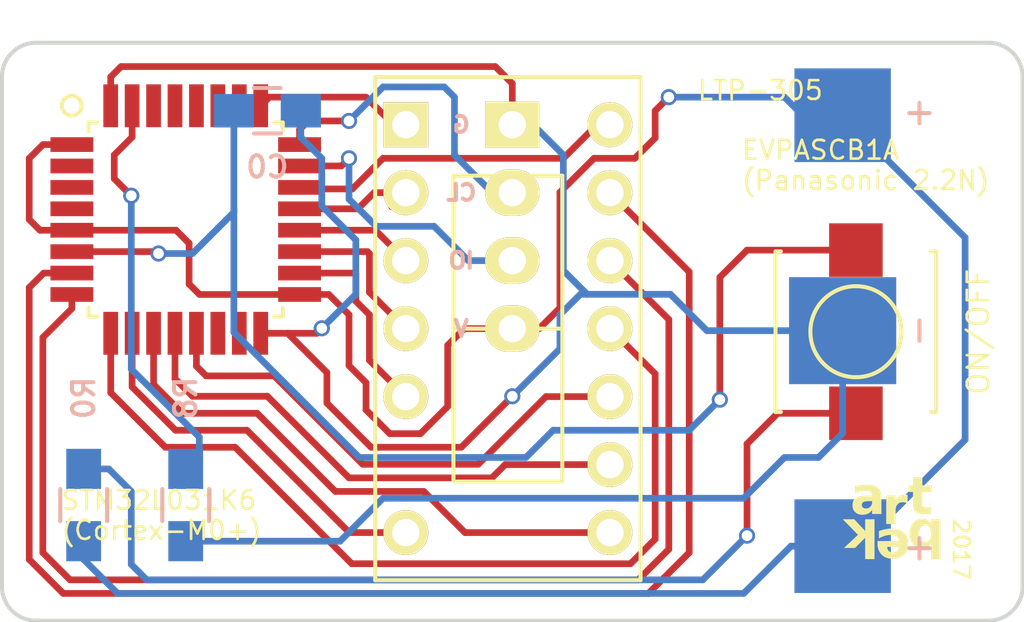
<source format=kicad_pcb>
(kicad_pcb (version 4) (host pcbnew 4.0.7-e2-6376~58~ubuntu16.04.1)

  (general
    (links 30)
    (no_connects 0)
    (area 107.493999 59.995999 145.744001 81.736001)
    (thickness 1.6)
    (drawings 12)
    (tracks 225)
    (zones 0)
    (modules 9)
    (nets 31)
  )

  (page A4)
  (layers
    (0 F.Cu signal)
    (31 B.Cu signal)
    (32 B.Adhes user)
    (33 F.Adhes user)
    (34 B.Paste user)
    (35 F.Paste user)
    (36 B.SilkS user)
    (37 F.SilkS user)
    (38 B.Mask user)
    (39 F.Mask user)
    (40 Dwgs.User user)
    (41 Cmts.User user)
    (42 Eco1.User user)
    (43 Eco2.User user)
    (44 Edge.Cuts user)
    (45 Margin user)
    (46 B.CrtYd user)
    (47 F.CrtYd user)
    (48 B.Fab user)
    (49 F.Fab user)
  )

  (setup
    (last_trace_width 0.25)
    (trace_clearance 0.2)
    (zone_clearance 0.508)
    (zone_45_only no)
    (trace_min 0.2)
    (segment_width 0.2)
    (edge_width 0.15)
    (via_size 0.6)
    (via_drill 0.4)
    (via_min_size 0.4)
    (via_min_drill 0.3)
    (uvia_size 0.3)
    (uvia_drill 0.1)
    (uvias_allowed no)
    (uvia_min_size 0.2)
    (uvia_min_drill 0.1)
    (pcb_text_width 0.3)
    (pcb_text_size 1.5 1.5)
    (mod_edge_width 0.15)
    (mod_text_size 1 1)
    (mod_text_width 0.15)
    (pad_size 2 2)
    (pad_drill 0)
    (pad_to_mask_clearance 0.2)
    (aux_axis_origin 129.667 81.153)
    (grid_origin 129.159 81.153)
    (visible_elements FFFFFE7F)
    (pcbplotparams
      (layerselection 0x00030_80000001)
      (usegerberextensions false)
      (excludeedgelayer true)
      (linewidth 0.100000)
      (plotframeref false)
      (viasonmask false)
      (mode 1)
      (useauxorigin false)
      (hpglpennumber 1)
      (hpglpenspeed 20)
      (hpglpendiameter 15)
      (hpglpenoverlay 2)
      (psnegative false)
      (psa4output false)
      (plotreference true)
      (plotvalue true)
      (plotinvisibletext false)
      (padsonsilk false)
      (subtractmaskfromsilk false)
      (outputformat 1)
      (mirror false)
      (drillshape 0)
      (scaleselection 1)
      (outputdirectory ""))
  )

  (net 0 "")
  (net 1 GND)
  (net 2 +3V3)
  (net 3 "Net-(J0-Pad2)")
  (net 4 "Net-(J0-Pad3)")
  (net 5 "Net-(R0-Pad2)")
  (net 6 "Net-(R8-Pad2)")
  (net 7 "Net-(S0-Pad5C)")
  (net 8 "Net-(S0-Pad3)")
  (net 9 "Net-(S0-Pad10)")
  (net 10 "Net-(S0-Pad11)")
  (net 11 "Net-(S0-Pad1C)")
  (net 12 "Net-(S0-Pad2)")
  (net 13 "Net-(S0-Pad4)")
  (net 14 "Net-(S0-Pad7)")
  (net 15 "Net-(S0-Pad8C)")
  (net 16 "Net-(S0-Pad9)")
  (net 17 "Net-(S0-Pad12)")
  (net 18 "Net-(S0-Pad13C)")
  (net 19 "Net-(S0-Pad14C)")
  (net 20 "Net-(U0-Pad2)")
  (net 21 "Net-(U0-Pad3)")
  (net 22 "Net-(U0-Pad4)")
  (net 23 "Net-(U0-Pad14)")
  (net 24 "Net-(U0-Pad15)")
  (net 25 "Net-(U0-Pad26)")
  (net 26 "Net-(U0-Pad28)")
  (net 27 "Net-(U0-Pad29)")
  (net 28 "Net-(C0-Pad1)")
  (net 29 "Net-(U0-Pad27)")
  (net 30 "Net-(U0-Pad30)")

  (net_class Default "This is the default net class."
    (clearance 0.2)
    (trace_width 0.25)
    (via_dia 0.6)
    (via_drill 0.4)
    (uvia_dia 0.3)
    (uvia_drill 0.1)
    (add_net +3V3)
    (add_net GND)
    (add_net "Net-(C0-Pad1)")
    (add_net "Net-(J0-Pad2)")
    (add_net "Net-(J0-Pad3)")
    (add_net "Net-(R0-Pad2)")
    (add_net "Net-(R8-Pad2)")
    (add_net "Net-(S0-Pad10)")
    (add_net "Net-(S0-Pad11)")
    (add_net "Net-(S0-Pad12)")
    (add_net "Net-(S0-Pad13C)")
    (add_net "Net-(S0-Pad14C)")
    (add_net "Net-(S0-Pad1C)")
    (add_net "Net-(S0-Pad2)")
    (add_net "Net-(S0-Pad3)")
    (add_net "Net-(S0-Pad4)")
    (add_net "Net-(S0-Pad5C)")
    (add_net "Net-(S0-Pad7)")
    (add_net "Net-(S0-Pad8C)")
    (add_net "Net-(S0-Pad9)")
    (add_net "Net-(U0-Pad14)")
    (add_net "Net-(U0-Pad15)")
    (add_net "Net-(U0-Pad2)")
    (add_net "Net-(U0-Pad26)")
    (add_net "Net-(U0-Pad27)")
    (add_net "Net-(U0-Pad28)")
    (add_net "Net-(U0-Pad29)")
    (add_net "Net-(U0-Pad3)")
    (add_net "Net-(U0-Pad30)")
    (add_net "Net-(U0-Pad4)")
  )

  (module kicad_bart:BatteryHolder_1220 (layer B.Cu) (tedit 59E51273) (tstamp 59DE8CFD)
    (at 138.9507 70.8279 270)
    (descr "Resistor SMD 2816, reflow soldering, Vishay (see WSL-VISHAY.PDF)")
    (tags "resistor 2816")
    (path /59DC1300)
    (attr smd)
    (fp_text reference BT0 (at 0 3.81 270) (layer B.SilkS) hide
      (effects (font (size 1 1) (thickness 0.15)) (justify mirror))
    )
    (fp_text value Battery_Cell (at 0 -3.81 270) (layer B.Fab) hide
      (effects (font (size 1 1) (thickness 0.15)) (justify mirror))
    )
    (fp_text user - (at 0 -2.794 270) (layer B.SilkS)
      (effects (font (size 1 1) (thickness 0.15)) (justify mirror))
    )
    (fp_text user + (at 8.128 -2.794 270) (layer B.SilkS)
      (effects (font (size 1 1) (thickness 0.15)) (justify mirror))
    )
    (fp_text user + (at -8.128 -2.794 270) (layer B.SilkS)
      (effects (font (size 1 1) (thickness 0.15)) (justify mirror))
    )
    (fp_line (start 6.604 -5.08) (end 6.604 4.318) (layer B.CrtYd) (width 0.15))
    (fp_line (start -6.604 4.318) (end -6.604 -5.08) (layer B.CrtYd) (width 0.15))
    (fp_line (start 4.064 6.858) (end -4.064 6.858) (layer B.CrtYd) (width 0.15))
    (fp_line (start 6.604 4.318) (end 4.064 6.858) (layer B.CrtYd) (width 0.15))
    (fp_line (start -6.604 4.318) (end -4.064 6.858) (layer B.CrtYd) (width 0.15))
    (fp_line (start -6.604 -5.08) (end 6.604 -5.08) (layer B.CrtYd) (width 0.15))
    (fp_line (start -4.572 2.794) (end 4.572 2.794) (layer B.CrtYd) (width 0.05))
    (fp_line (start 4.572 2.794) (end 4.572 -2.794) (layer B.CrtYd) (width 0.05))
    (fp_line (start 4.572 -2.794) (end -4.572 -2.794) (layer B.CrtYd) (width 0.05))
    (fp_line (start -4.572 -2.794) (end -4.572 2.794) (layer B.CrtYd) (width 0.05))
    (pad 2 smd rect (at 0 0 270) (size 4 4) (layers B.Cu B.Paste B.Mask)
      (net 1 GND))
    (pad 1 smd rect (at 8.05 0 270) (size 3.5 3.6) (layers B.Cu B.Paste B.Mask)
      (net 2 +3V3))
    (pad 1 smd rect (at -8.05 0 270) (size 3.5 3.6) (layers B.Cu B.Paste B.Mask)
      (net 2 +3V3))
  )

  (module Resistors_SMD:R_0805_HandSoldering (layer B.Cu) (tedit 59E51C7C) (tstamp 59DD273A)
    (at 110.617 77.343 90)
    (descr "Resistor SMD 0805, hand soldering")
    (tags "resistor 0805")
    (path /59DC1549)
    (attr smd)
    (fp_text reference R0 (at 4 0 90) (layer B.SilkS)
      (effects (font (size 0.8 0.8) (thickness 0.15)) (justify mirror))
    )
    (fp_text value 2k (at 0 -2.1 90) (layer B.Fab)
      (effects (font (size 1 1) (thickness 0.15)) (justify mirror))
    )
    (fp_line (start -2.4 1) (end 2.4 1) (layer B.CrtYd) (width 0.05))
    (fp_line (start -2.4 -1) (end 2.4 -1) (layer B.CrtYd) (width 0.05))
    (fp_line (start -2.4 1) (end -2.4 -1) (layer B.CrtYd) (width 0.05))
    (fp_line (start 2.4 1) (end 2.4 -1) (layer B.CrtYd) (width 0.05))
    (fp_line (start 0.6 -0.875) (end -0.6 -0.875) (layer B.SilkS) (width 0.15))
    (fp_line (start -0.6 0.875) (end 0.6 0.875) (layer B.SilkS) (width 0.15))
    (pad 1 smd rect (at -1.35 0 90) (size 1.5 1.3) (layers B.Cu B.Paste B.Mask)
      (net 2 +3V3))
    (pad 2 smd rect (at 1.35 0 90) (size 1.5 1.3) (layers B.Cu B.Paste B.Mask)
      (net 5 "Net-(R0-Pad2)"))
    (model Resistors_SMD.3dshapes/R_0805_HandSoldering.wrl
      (at (xyz 0 0 0))
      (scale (xyz 1 1 1))
      (rotate (xyz 0 0 0))
    )
  )

  (module Resistors_SMD:R_0805_HandSoldering (layer B.Cu) (tedit 59E51C84) (tstamp 59DD274C)
    (at 114.427 77.343 90)
    (descr "Resistor SMD 0805, hand soldering")
    (tags "resistor 0805")
    (path /59DC173D)
    (attr smd)
    (fp_text reference R8 (at 4 0 90) (layer B.SilkS)
      (effects (font (size 0.8 0.8) (thickness 0.15)) (justify mirror))
    )
    (fp_text value 2k (at 0 -2.1 90) (layer B.Fab)
      (effects (font (size 1 1) (thickness 0.15)) (justify mirror))
    )
    (fp_line (start -2.4 1) (end 2.4 1) (layer B.CrtYd) (width 0.05))
    (fp_line (start -2.4 -1) (end 2.4 -1) (layer B.CrtYd) (width 0.05))
    (fp_line (start -2.4 1) (end -2.4 -1) (layer B.CrtYd) (width 0.05))
    (fp_line (start 2.4 1) (end 2.4 -1) (layer B.CrtYd) (width 0.05))
    (fp_line (start 0.6 -0.875) (end -0.6 -0.875) (layer B.SilkS) (width 0.15))
    (fp_line (start -0.6 0.875) (end 0.6 0.875) (layer B.SilkS) (width 0.15))
    (pad 1 smd rect (at -1.35 0 90) (size 1.5 1.3) (layers B.Cu B.Paste B.Mask)
      (net 1 GND))
    (pad 2 smd rect (at 1.35 0 90) (size 1.5 1.3) (layers B.Cu B.Paste B.Mask)
      (net 6 "Net-(R8-Pad2)"))
    (model Resistors_SMD.3dshapes/R_0805_HandSoldering.wrl
      (at (xyz 0 0 0))
      (scale (xyz 1 1 1))
      (rotate (xyz 0 0 0))
    )
  )

  (module kicad_bart:2x7_dot_matrix (layer F.Cu) (tedit 59E3C0BC) (tstamp 59DD275D)
    (at 126.4539 70.7517 270)
    (descr "Module for the MAN3640 7 segm display")
    (tags DIL)
    (path /59DC1026)
    (fp_text reference S0 (at 11.43 0 360) (layer F.SilkS) hide
      (effects (font (size 1 1) (thickness 0.15)))
    )
    (fp_text value 5x7_DISPLAY_LTP-305 (at -11.43 0 360) (layer F.Fab)
      (effects (font (size 1 1) (thickness 0.15)))
    )
    (fp_line (start 0 2.032) (end -5.715 2.032) (layer F.SilkS) (width 0.15))
    (fp_line (start -5.715 2.032) (end -5.715 -2.032) (layer F.SilkS) (width 0.15))
    (fp_line (start -5.715 -2.032) (end 5.715 -2.032) (layer F.SilkS) (width 0.15))
    (fp_line (start 5.715 -2.032) (end 5.715 2.032) (layer F.SilkS) (width 0.15))
    (fp_line (start 5.715 2.032) (end 0 2.032) (layer F.SilkS) (width 0.15))
    (fp_line (start 0 2.032) (end 0 -2.032) (layer F.SilkS) (width 0.15))
    (fp_line (start 9.398 4.953) (end 9.398 -4.953) (layer F.SilkS) (width 0.15))
    (fp_line (start 9.398 -4.953) (end -9.398 -4.953) (layer F.SilkS) (width 0.15))
    (fp_line (start -9.398 -4.953) (end -9.398 4.953) (layer F.SilkS) (width 0.15))
    (fp_line (start -9.398 4.953) (end 9.398 4.953) (layer F.SilkS) (width 0.15))
    (pad 5C thru_hole circle (at 2.54 3.81 270) (size 1.6764 1.6764) (drill 1.016) (layers *.Cu *.Mask F.SilkS)
      (net 7 "Net-(S0-Pad5C)"))
    (pad 3 thru_hole circle (at -2.54 3.81 270) (size 1.6764 1.6764) (drill 1.016) (layers *.Cu *.Mask F.SilkS)
      (net 8 "Net-(S0-Pad3)"))
    (pad 10 thru_hole circle (at 2.54 -3.81 270) (size 1.6764 1.6764) (drill 1.016) (layers *.Cu *.Mask F.SilkS)
      (net 9 "Net-(S0-Pad10)"))
    (pad 11 thru_hole circle (at 0 -3.81 270) (size 1.6764 1.6764) (drill 1.016) (layers *.Cu *.Mask F.SilkS)
      (net 10 "Net-(S0-Pad11)"))
    (pad 1C thru_hole rect (at -7.62 3.81 270) (size 1.6764 1.6764) (drill 1.016) (layers *.Cu *.Mask F.SilkS)
      (net 11 "Net-(S0-Pad1C)"))
    (pad 2 thru_hole circle (at -5.08 3.81 270) (size 1.6764 1.6764) (drill 1.016) (layers *.Cu *.Mask F.SilkS)
      (net 12 "Net-(S0-Pad2)"))
    (pad 4 thru_hole circle (at 0 3.81 270) (size 1.6764 1.6764) (drill 1.016) (layers *.Cu *.Mask F.SilkS)
      (net 13 "Net-(S0-Pad4)"))
    (pad 7 thru_hole circle (at 7.62 3.81 270) (size 1.6764 1.6764) (drill 1.016) (layers *.Cu *.Mask F.SilkS)
      (net 14 "Net-(S0-Pad7)"))
    (pad 8C thru_hole circle (at 7.62 -3.81 270) (size 1.6764 1.6764) (drill 1.016) (layers *.Cu *.Mask F.SilkS)
      (net 15 "Net-(S0-Pad8C)"))
    (pad 9 thru_hole circle (at 5.08 -3.81 270) (size 1.6764 1.6764) (drill 1.016) (layers *.Cu *.Mask F.SilkS)
      (net 16 "Net-(S0-Pad9)"))
    (pad 12 thru_hole circle (at -2.54 -3.81 270) (size 1.6764 1.6764) (drill 1.016) (layers *.Cu *.Mask F.SilkS)
      (net 17 "Net-(S0-Pad12)"))
    (pad 13C thru_hole circle (at -5.08 -3.81 270) (size 1.6764 1.6764) (drill 1.016) (layers *.Cu *.Mask F.SilkS)
      (net 18 "Net-(S0-Pad13C)"))
    (pad 14C thru_hole circle (at -7.62 -3.81 270) (size 1.6764 1.6764) (drill 1.016) (layers *.Cu *.Mask F.SilkS)
      (net 19 "Net-(S0-Pad14C)"))
    (model Displays_7-Segment.3dshapes/MAN3640A.wrl
      (at (xyz 0 0 0))
      (scale (xyz 1 1 1))
      (rotate (xyz 0 0 90))
    )
  )

  (module Capacitors_SMD:C_0805_HandSoldering (layer B.Cu) (tedit 59E51C68) (tstamp 59E383C5)
    (at 117.475 62.611)
    (descr "Capacitor SMD 0805, hand soldering")
    (tags "capacitor 0805")
    (path /59E23C90)
    (attr smd)
    (fp_text reference C0 (at 0 2.1) (layer B.SilkS)
      (effects (font (size 0.8 0.8) (thickness 0.15)) (justify mirror))
    )
    (fp_text value 100nF (at 0 -2.1) (layer B.Fab)
      (effects (font (size 1 1) (thickness 0.15)) (justify mirror))
    )
    (fp_line (start -2.3 1) (end 2.3 1) (layer B.CrtYd) (width 0.05))
    (fp_line (start -2.3 -1) (end 2.3 -1) (layer B.CrtYd) (width 0.05))
    (fp_line (start -2.3 1) (end -2.3 -1) (layer B.CrtYd) (width 0.05))
    (fp_line (start 2.3 1) (end 2.3 -1) (layer B.CrtYd) (width 0.05))
    (fp_line (start 0.5 0.85) (end -0.5 0.85) (layer B.SilkS) (width 0.15))
    (fp_line (start -0.5 -0.85) (end 0.5 -0.85) (layer B.SilkS) (width 0.15))
    (pad 1 smd rect (at -1.25 0) (size 1.5 1.25) (layers B.Cu B.Paste B.Mask)
      (net 28 "Net-(C0-Pad1)"))
    (pad 2 smd rect (at 1.25 0) (size 1.5 1.25) (layers B.Cu B.Paste B.Mask)
      (net 1 GND))
    (model Capacitors_SMD.3dshapes/C_0805_HandSoldering.wrl
      (at (xyz 0 0 0))
      (scale (xyz 1 1 1))
      (rotate (xyz 0 0 0))
    )
  )

  (module kicad_bart:logo (layer F.Cu) (tedit 0) (tstamp 59E6CAF4)
    (at 140.843 77.851)
    (fp_text reference G*** (at 0 0) (layer F.SilkS) hide
      (effects (font (thickness 0.3)))
    )
    (fp_text value LOGO (at 0.75 0) (layer F.SilkS) hide
      (effects (font (thickness 0.3)))
    )
    (fp_poly (pts (xy -1.448857 0.042112) (xy -1.445107 0.046085) (xy -1.439181 0.052392) (xy -1.431378 0.060712)
      (xy -1.421997 0.070727) (xy -1.411337 0.082116) (xy -1.399699 0.094561) (xy -1.38738 0.107741)
      (xy -1.374681 0.121337) (xy -1.373628 0.122465) (xy -1.36028 0.136756) (xy -1.346769 0.151213)
      (xy -1.333481 0.165424) (xy -1.320797 0.178981) (xy -1.309103 0.191472) (xy -1.298782 0.202488)
      (xy -1.290219 0.211618) (xy -1.28449 0.217715) (xy -1.277315 0.225349) (xy -1.268105 0.235161)
      (xy -1.257301 0.246681) (xy -1.245347 0.259435) (xy -1.232685 0.272951) (xy -1.219757 0.286757)
      (xy -1.207007 0.300382) (xy -1.203722 0.303893) (xy -1.192347 0.316051) (xy -1.181736 0.327386)
      (xy -1.172147 0.337623) (xy -1.163836 0.346491) (xy -1.15706 0.353714) (xy -1.152075 0.359019)
      (xy -1.149138 0.362132) (xy -1.148442 0.362857) (xy -1.14703 0.364339) (xy -1.14341 0.368186)
      (xy -1.137851 0.374111) (xy -1.130622 0.381826) (xy -1.121991 0.391046) (xy -1.112229 0.401481)
      (xy -1.101602 0.412847) (xy -1.097878 0.416832) (xy -1.087005 0.428422) (xy -1.07687 0.439138)
      (xy -1.067746 0.448699) (xy -1.059905 0.456823) (xy -1.053621 0.463227) (xy -1.049166 0.46763)
      (xy -1.046813 0.46975) (xy -1.046541 0.4699) (xy -1.045401 0.468347) (xy -1.045187 0.464911)
      (xy -1.045234 0.462483) (xy -1.045276 0.456657) (xy -1.045311 0.447661) (xy -1.04534 0.435726)
      (xy -1.045362 0.421083) (xy -1.045378 0.403959) (xy -1.045387 0.384587) (xy -1.045388 0.363194)
      (xy -1.045383 0.340012) (xy -1.045371 0.315269) (xy -1.045351 0.289197) (xy -1.045324 0.262023)
      (xy -1.045303 0.244475) (xy -1.045029 0.029029) (xy -0.705758 0.029029) (xy -0.705758 1.507672)
      (xy -1.045936 1.507672) (xy -1.045475 1.105654) (xy -1.045424 1.054116) (xy -1.045393 1.006078)
      (xy -1.045382 0.96155) (xy -1.045392 0.920539) (xy -1.045422 0.883055) (xy -1.045472 0.849108)
      (xy -1.045542 0.818706) (xy -1.045632 0.79186) (xy -1.045742 0.768577) (xy -1.045872 0.748868)
      (xy -1.046022 0.732741) (xy -1.046192 0.720206) (xy -1.046382 0.711272) (xy -1.046592 0.705948)
      (xy -1.04682 0.704243) (xy -1.048287 0.705573) (xy -1.052178 0.70933) (xy -1.05835 0.715374)
      (xy -1.066662 0.723563) (xy -1.076973 0.733757) (xy -1.089141 0.745816) (xy -1.103026 0.759599)
      (xy -1.118484 0.774966) (xy -1.135376 0.791777) (xy -1.15356 0.80989) (xy -1.172894 0.829165)
      (xy -1.193237 0.849462) (xy -1.214447 0.87064) (xy -1.236384 0.892559) (xy -1.242329 0.898501)
      (xy -1.436031 1.092152) (xy -1.633323 1.09263) (xy -1.659748 1.092683) (xy -1.685134 1.092713)
      (xy -1.709248 1.092721) (xy -1.731857 1.092707) (xy -1.752727 1.092673) (xy -1.771627 1.092619)
      (xy -1.788323 1.092546) (xy -1.802582 1.092455) (xy -1.814171 1.092346) (xy -1.822857 1.092222)
      (xy -1.828408 1.092082) (xy -1.83059 1.091927) (xy -1.830615 1.091908) (xy -1.830025 1.091151)
      (xy -1.828188 1.089245) (xy -1.825005 1.086095) (xy -1.820377 1.081607) (xy -1.814204 1.075688)
      (xy -1.806386 1.068243) (xy -1.796825 1.059179) (xy -1.78542 1.048401) (xy -1.772073 1.035817)
      (xy -1.756684 1.02133) (xy -1.739153 1.004849) (xy -1.719382 0.986278) (xy -1.69727 0.965524)
      (xy -1.672718 0.942493) (xy -1.645626 0.917091) (xy -1.641951 0.913645) (xy -1.63031 0.902728)
      (xy -1.618799 0.891923) (xy -1.607865 0.881651) (xy -1.597959 0.872336) (xy -1.589529 0.8644)
      (xy -1.583024 0.858264) (xy -1.580196 0.855588) (xy -1.577066 0.852622) (xy -1.573876 0.849602)
      (xy -1.570461 0.846373) (xy -1.566658 0.842783) (xy -1.562303 0.838675) (xy -1.557231 0.833897)
      (xy -1.551279 0.828294) (xy -1.544282 0.821711) (xy -1.536077 0.813994) (xy -1.526499 0.804989)
      (xy -1.515385 0.794542) (xy -1.502569 0.782498) (xy -1.487889 0.768704) (xy -1.47118 0.753004)
      (xy -1.452279 0.735245) (xy -1.43102 0.715272) (xy -1.413329 0.69865) (xy -1.397405 0.683669)
      (xy -1.382276 0.669395) (xy -1.368145 0.656023) (xy -1.355219 0.64375) (xy -1.343703 0.632772)
      (xy -1.333802 0.623285) (xy -1.325721 0.615486) (xy -1.319665 0.60957) (xy -1.315841 0.605734)
      (xy -1.314452 0.604174) (xy -1.31445 0.604162) (xy -1.315669 0.602465) (xy -1.319084 0.598578)
      (xy -1.324338 0.592887) (xy -1.331071 0.585779) (xy -1.338924 0.577639) (xy -1.343479 0.572975)
      (xy -1.350675 0.565628) (xy -1.360009 0.556083) (xy -1.371088 0.544741) (xy -1.38352 0.532006)
      (xy -1.396912 0.518279) (xy -1.410871 0.503963) (xy -1.425005 0.48946) (xy -1.438755 0.475343)
      (xy -1.454287 0.459394) (xy -1.471708 0.441511) (xy -1.490371 0.422356) (xy -1.509631 0.402591)
      (xy -1.528842 0.38288) (xy -1.547359 0.363884) (xy -1.564536 0.346266) (xy -1.574011 0.33655)
      (xy -1.587465 0.32275) (xy -1.603013 0.306791) (xy -1.620222 0.289118) (xy -1.63866 0.270176)
      (xy -1.657894 0.25041) (xy -1.67749 0.230264) (xy -1.697017 0.210184) (xy -1.716041 0.190615)
      (xy -1.734129 0.172001) (xy -1.73907 0.166915) (xy -1.754985 0.150532) (xy -1.770573 0.134484)
      (xy -1.78559 0.119026) (xy -1.799786 0.104412) (xy -1.812915 0.090896) (xy -1.82473 0.078734)
      (xy -1.834983 0.068179) (xy -1.843427 0.059487) (xy -1.849814 0.052911) (xy -1.853628 0.048986)
      (xy -1.872134 0.029936) (xy -1.666771 0.029412) (xy -1.461408 0.028889) (xy -1.448857 0.042112)) (layer F.SilkS) (width 0.01))
    (fp_poly (pts (xy 1.065299 0.002164) (xy 1.081609 0.002503) (xy 1.097557 0.003079) (xy 1.112357 0.003873)
      (xy 1.125225 0.004868) (xy 1.135375 0.006048) (xy 1.13665 0.006245) (xy 1.174219 0.013913)
      (xy 1.209701 0.024463) (xy 1.243348 0.038007) (xy 1.275416 0.054656) (xy 1.306161 0.074523)
      (xy 1.325335 0.089039) (xy 1.335798 0.097947) (xy 1.347742 0.108983) (xy 1.36043 0.121403)
      (xy 1.373124 0.134465) (xy 1.385087 0.147424) (xy 1.395581 0.159537) (xy 1.397109 0.16139)
      (xy 1.412421 0.1801) (xy 1.414235 0.029936) (xy 1.584325 0.029473) (xy 1.754414 0.02901)
      (xy 1.754414 1.507672) (xy 1.413306 1.507672) (xy 1.41377 1.223736) (xy 1.413816 1.19194)
      (xy 1.413848 1.161145) (xy 1.413867 1.131544) (xy 1.413872 1.103332) (xy 1.413865 1.076703)
      (xy 1.413846 1.051852) (xy 1.413814 1.028971) (xy 1.413772 1.008256) (xy 1.413718 0.989901)
      (xy 1.413653 0.9741) (xy 1.413577 0.961046) (xy 1.413492 0.950935) (xy 1.413397 0.94396)
      (xy 1.413292 0.940315) (xy 1.413232 0.9398) (xy 1.411767 0.941122) (xy 1.408492 0.944732)
      (xy 1.403877 0.950094) (xy 1.398392 0.956673) (xy 1.397811 0.95738) (xy 1.370237 0.988527)
      (xy 1.341388 1.01628) (xy 1.31125 1.040647) (xy 1.279814 1.061636) (xy 1.247067 1.079254)
      (xy 1.212999 1.093509) (xy 1.177597 1.104409) (xy 1.176437 1.104704) (xy 1.138324 1.112566)
      (xy 1.09938 1.117205) (xy 1.060123 1.118619) (xy 1.021074 1.116806) (xy 0.98275 1.111764)
      (xy 0.953869 1.105631) (xy 0.919946 1.095301) (xy 0.887019 1.081586) (xy 0.855234 1.064627)
      (xy 0.824742 1.044569) (xy 0.79569 1.021554) (xy 0.768228 0.995725) (xy 0.742505 0.967225)
      (xy 0.718668 0.936197) (xy 0.696867 0.902783) (xy 0.677251 0.867128) (xy 0.659968 0.829373)
      (xy 0.65589 0.819271) (xy 0.6428 0.781715) (xy 0.631985 0.741767) (xy 0.62346 0.699875)
      (xy 0.617242 0.656486) (xy 0.613348 0.612049) (xy 0.61194 0.571242) (xy 0.96427 0.571242)
      (xy 0.964459 0.588318) (xy 0.964874 0.604087) (xy 0.965519 0.617846) (xy 0.966399 0.628889)
      (xy 0.966684 0.631372) (xy 0.972416 0.667653) (xy 0.980129 0.700913) (xy 0.989835 0.731178)
      (xy 1.001548 0.758476) (xy 1.015279 0.782835) (xy 1.031041 0.80428) (xy 1.048848 0.822839)
      (xy 1.060392 0.832504) (xy 1.070547 0.839474) (xy 1.082814 0.8466) (xy 1.095896 0.853217)
      (xy 1.108495 0.858656) (xy 1.116925 0.861584) (xy 1.128534 0.864811) (xy 1.139206 0.867191)
      (xy 1.149815 0.868822) (xy 1.161231 0.869801) (xy 1.174327 0.870225) (xy 1.189973 0.87019)
      (xy 1.1938 0.870131) (xy 1.206782 0.869856) (xy 1.216911 0.869484) (xy 1.22496 0.868938)
      (xy 1.231704 0.868143) (xy 1.237918 0.867022) (xy 1.244377 0.865498) (xy 1.246506 0.864944)
      (xy 1.272185 0.856456) (xy 1.295705 0.845124) (xy 1.317086 0.830925) (xy 1.33635 0.813834)
      (xy 1.353518 0.793827) (xy 1.368613 0.770878) (xy 1.381656 0.744965) (xy 1.392668 0.716061)
      (xy 1.399654 0.692232) (xy 1.402945 0.678888) (xy 1.405637 0.666257) (xy 1.407784 0.653766)
      (xy 1.409442 0.64084) (xy 1.410667 0.626904) (xy 1.411513 0.611385) (xy 1.412036 0.593709)
      (xy 1.412292 0.5733) (xy 1.412338 0.560615) (xy 1.412306 0.54041) (xy 1.412117 0.523237)
      (xy 1.411721 0.508499) (xy 1.411066 0.495602) (xy 1.410101 0.483949) (xy 1.408776 0.472945)
      (xy 1.407037 0.461994) (xy 1.404835 0.4505) (xy 1.402118 0.437868) (xy 1.401571 0.435429)
      (xy 1.393055 0.403952) (xy 1.382346 0.375259) (xy 1.369478 0.349383) (xy 1.354486 0.326362)
      (xy 1.337402 0.306229) (xy 1.318262 0.28902) (xy 1.297098 0.27477) (xy 1.273944 0.263514)
      (xy 1.248835 0.255287) (xy 1.223303 0.250323) (xy 1.203864 0.248641) (xy 1.183024 0.248531)
      (xy 1.161774 0.249898) (xy 1.141109 0.252649) (xy 1.122019 0.256691) (xy 1.107129 0.261307)
      (xy 1.083866 0.271844) (xy 1.062601 0.285405) (xy 1.043339 0.30198) (xy 1.026087 0.321561)
      (xy 1.010851 0.344139) (xy 0.997635 0.369704) (xy 0.986446 0.398247) (xy 0.977289 0.429759)
      (xy 0.970171 0.464231) (xy 0.967623 0.480786) (xy 0.966552 0.490912) (xy 0.965679 0.503957)
      (xy 0.965011 0.519217) (xy 0.96455 0.535987) (xy 0.964301 0.553563) (xy 0.96427 0.571242)
      (xy 0.61194 0.571242) (xy 0.611793 0.567012) (xy 0.612595 0.521823) (xy 0.615768 0.476929)
      (xy 0.621331 0.432779) (xy 0.629298 0.38982) (xy 0.63887 0.351366) (xy 0.652694 0.30885)
      (xy 0.669709 0.267824) (xy 0.6898 0.228522) (xy 0.712849 0.191178) (xy 0.72982 0.167461)
      (xy 0.739386 0.155553) (xy 0.750954 0.142277) (xy 0.763713 0.128486) (xy 0.776851 0.11503)
      (xy 0.789557 0.102764) (xy 0.80102 0.092538) (xy 0.801738 0.091935) (xy 0.83146 0.069412)
      (xy 0.863011 0.05001) (xy 0.896311 0.03376) (xy 0.931281 0.020697) (xy 0.967842 0.010854)
      (xy 1.005914 0.004264) (xy 1.012154 0.003512) (xy 1.022055 0.002735) (xy 1.034737 0.002263)
      (xy 1.049413 0.002078) (xy 1.065299 0.002164)) (layer F.SilkS) (width 0.01))
    (fp_poly (pts (xy -0.041548 0.375682) (xy -0.021398 0.375957) (xy -0.002335 0.37643) (xy 0.014895 0.377096)
      (xy 0.029544 0.377951) (xy 0.034471 0.378341) (xy 0.084856 0.384098) (xy 0.132667 0.392384)
      (xy 0.177943 0.403211) (xy 0.220722 0.416588) (xy 0.261045 0.432529) (xy 0.298951 0.451045)
      (xy 0.32006 0.4631) (xy 0.341565 0.476667) (xy 0.360776 0.490144) (xy 0.378738 0.504356)
      (xy 0.396499 0.520125) (xy 0.413671 0.536831) (xy 0.441301 0.567192) (xy 0.465978 0.599634)
      (xy 0.487716 0.634178) (xy 0.506527 0.670847) (xy 0.522423 0.709663) (xy 0.535416 0.750649)
      (xy 0.538633 0.762907) (xy 0.546335 0.798898) (xy 0.552087 0.837244) (xy 0.555871 0.877225)
      (xy 0.557667 0.918123) (xy 0.557455 0.959219) (xy 0.555217 0.999796) (xy 0.550932 1.039134)
      (xy 0.546807 1.064986) (xy 0.538006 1.104921) (xy 0.526365 1.144083) (xy 0.512096 1.181921)
      (xy 0.495408 1.217883) (xy 0.476512 1.251419) (xy 0.473959 1.255486) (xy 0.462369 1.272373)
      (xy 0.448428 1.290473) (xy 0.432824 1.309025) (xy 0.416246 1.327267) (xy 0.399381 1.344435)
      (xy 0.382918 1.359768) (xy 0.370114 1.370505) (xy 0.336726 1.394763) (xy 0.301516 1.416251)
      (xy 0.264378 1.435004) (xy 0.225205 1.451058) (xy 0.183891 1.464451) (xy 0.14033 1.475216)
      (xy 0.094415 1.483392) (xy 0.046041 1.489013) (xy 0.013607 1.491294) (xy -0.002883 1.492097)
      (xy -0.017036 1.492575) (xy -0.030132 1.492741) (xy -0.043448 1.492605) (xy -0.058262 1.492178)
      (xy -0.064408 1.491947) (xy -0.11189 1.488507) (xy -0.15751 1.482002) (xy -0.201242 1.472442)
      (xy -0.243063 1.459838) (xy -0.282946 1.4442) (xy -0.320867 1.425538) (xy -0.356801 1.403861)
      (xy -0.390722 1.379181) (xy -0.422607 1.351508) (xy -0.431823 1.342572) (xy -0.460677 1.311407)
      (xy -0.486483 1.278321) (xy -0.509259 1.243281) (xy -0.529022 1.206254) (xy -0.545788 1.167209)
      (xy -0.559575 1.126111) (xy -0.570399 1.082929) (xy -0.572484 1.072635) (xy -0.574836 1.060079)
      (xy -0.576465 1.050472) (xy -0.234595 1.050472) (xy -0.233512 1.072697) (xy -0.230522 1.099955)
      (xy -0.22439 1.125877) (xy -0.215304 1.150257) (xy -0.203454 1.172888) (xy -0.189025 1.193564)
      (xy -0.172208 1.21208) (xy -0.153189 1.228228) (xy -0.132156 1.241803) (xy -0.109299 1.252598)
      (xy -0.084804 1.260407) (xy -0.05886 1.265024) (xy -0.058058 1.265112) (xy -0.049163 1.265727)
      (xy -0.037902 1.266022) (xy -0.025521 1.266006) (xy -0.013267 1.265693) (xy -0.002386 1.265095)
      (xy 0.003676 1.26452) (xy 0.01295 1.263243) (xy 0.022844 1.261629) (xy 0.031308 1.260014)
      (xy 0.03175 1.259919) (xy 0.058926 1.25227) (xy 0.084235 1.24155) (xy 0.107562 1.227865)
      (xy 0.128796 1.211322) (xy 0.14782 1.192026) (xy 0.164523 1.170083) (xy 0.17879 1.1456)
      (xy 0.190508 1.118683) (xy 0.194044 1.108529) (xy 0.196519 1.100361) (xy 0.199104 1.090832)
      (xy 0.201603 1.080795) (xy 0.203817 1.071102) (xy 0.205549 1.062605) (xy 0.206601 1.056156)
      (xy 0.206828 1.053362) (xy 0.206596 1.052929) (xy 0.205775 1.052541) (xy 0.20418 1.052196)
      (xy 0.201622 1.051891) (xy 0.197916 1.051624) (xy 0.192874 1.051392) (xy 0.186311 1.051193)
      (xy 0.178039 1.051025) (xy 0.167872 1.050884) (xy 0.155623 1.050769) (xy 0.141105 1.050677)
      (xy 0.124132 1.050605) (xy 0.104517 1.050552) (xy 0.082073 1.050514) (xy 0.056614 1.05049)
      (xy 0.027953 1.050477) (xy -0.004096 1.050472) (xy -0.234595 1.050472) (xy -0.576465 1.050472)
      (xy -0.576816 1.048405) (xy -0.578461 1.037128) (xy -0.579806 1.025758) (xy -0.580888 1.01381)
      (xy -0.581743 1.000795) (xy -0.582407 0.986227) (xy -0.582917 0.969616) (xy -0.583309 0.950477)
      (xy -0.583619 0.928322) (xy -0.583689 0.922111) (xy -0.584588 0.840015) (xy 0.210925 0.840015)
      (xy 0.209688 0.828675) (xy 0.206383 0.807638) (xy 0.201076 0.785253) (xy 0.194163 0.762893)
      (xy 0.186041 0.741932) (xy 0.182366 0.733879) (xy 0.16954 0.711234) (xy 0.153663 0.689982)
      (xy 0.135187 0.670564) (xy 0.114562 0.65342) (xy 0.092238 0.638992) (xy 0.077803 0.631631)
      (xy 0.049399 0.620433) (xy 0.018446 0.611748) (xy -0.014985 0.605584) (xy -0.050818 0.601946)
      (xy -0.088981 0.600843) (xy -0.129398 0.602281) (xy -0.171997 0.606268) (xy -0.178248 0.607045)
      (xy -0.227929 0.614941) (xy -0.277727 0.625949) (xy -0.327839 0.640134) (xy -0.378461 0.657557)
      (xy -0.429789 0.678281) (xy -0.482019 0.70237) (xy -0.494936 0.708773) (xy -0.505586 0.714111)
      (xy -0.515102 0.718858) (xy -0.523023 0.722786) (xy -0.528887 0.725666) (xy -0.532234 0.727272)
      (xy -0.532838 0.727529) (xy -0.532931 0.725762) (xy -0.533018 0.720654) (xy -0.5331 0.712489)
      (xy -0.533174 0.701556) (xy -0.53324 0.688139) (xy -0.533296 0.672527) (xy -0.533342 0.655004)
      (xy -0.533375 0.635859) (xy -0.533395 0.615376) (xy -0.5334 0.597078) (xy -0.5334 0.466627)
      (xy -0.528411 0.464796) (xy -0.459866 0.441313) (xy -0.391888 0.421385) (xy -0.324399 0.404992)
      (xy -0.257322 0.392119) (xy -0.19058 0.382747) (xy -0.132443 0.37741) (xy -0.118068 0.376636)
      (xy -0.101044 0.376081) (xy -0.082118 0.375739) (xy -0.062037 0.375608) (xy -0.041548 0.375682)) (layer F.SilkS) (width 0.01))
    (fp_poly (pts (xy 0.464634 -0.891529) (xy 0.497738 -0.889059) (xy 0.52206 -0.8862) (xy 0.529771 -0.885149)
      (xy 0.529771 -0.578895) (xy 0.515467 -0.585017) (xy 0.483983 -0.596951) (xy 0.451559 -0.606308)
      (xy 0.418637 -0.613058) (xy 0.38566 -0.617167) (xy 0.353069 -0.618605) (xy 0.321308 -0.61734)
      (xy 0.290818 -0.613339) (xy 0.262041 -0.606573) (xy 0.253244 -0.60381) (xy 0.227597 -0.593684)
      (xy 0.204402 -0.581198) (xy 0.18309 -0.566002) (xy 0.165056 -0.549728) (xy 0.147965 -0.530985)
      (xy 0.133026 -0.510879) (xy 0.120094 -0.489086) (xy 0.109024 -0.46528) (xy 0.099671 -0.439137)
      (xy 0.091887 -0.410331) (xy 0.085529 -0.378536) (xy 0.083868 -0.3683) (xy 0.083465 -0.365382)
      (xy 0.083098 -0.361972) (xy 0.082765 -0.357889) (xy 0.082464 -0.352954) (xy 0.082192 -0.346986)
      (xy 0.081948 -0.339808) (xy 0.081729 -0.331237) (xy 0.081533 -0.321096) (xy 0.081357 -0.309204)
      (xy 0.081201 -0.29538) (xy 0.08106 -0.279447) (xy 0.080934 -0.261223) (xy 0.08082 -0.24053)
      (xy 0.080716 -0.217186) (xy 0.08062 -0.191013) (xy 0.080529 -0.161831) (xy 0.080441 -0.12946)
      (xy 0.080354 -0.093721) (xy 0.080315 -0.076653) (xy 0.079705 0.195943) (xy -0.259443 0.195943)
      (xy -0.259443 -0.867228) (xy 0.079828 -0.867228) (xy 0.079828 -0.692327) (xy 0.093328 -0.712195)
      (xy 0.107181 -0.731799) (xy 0.120768 -0.749263) (xy 0.135116 -0.765835) (xy 0.151254 -0.782764)
      (xy 0.152369 -0.783887) (xy 0.178368 -0.807904) (xy 0.205343 -0.828624) (xy 0.233623 -0.846219)
      (xy 0.263535 -0.860861) (xy 0.295408 -0.872724) (xy 0.32957 -0.88198) (xy 0.344714 -0.885138)
      (xy 0.371486 -0.889168) (xy 0.400842 -0.891579) (xy 0.432113 -0.892367) (xy 0.464634 -0.891529)) (layer F.SilkS) (width 0.01))
    (fp_poly (pts (xy -0.961318 -1.266001) (xy -0.94256 -1.265733) (xy -0.926237 -1.265263) (xy -0.915308 -1.264731)
      (xy -0.866495 -1.260715) (xy -0.820745 -1.254828) (xy -0.777992 -1.247034) (xy -0.738168 -1.237299)
      (xy -0.701207 -1.225586) (xy -0.667043 -1.211861) (xy -0.635608 -1.196088) (xy -0.606836 -1.178232)
      (xy -0.58066 -1.158258) (xy -0.557014 -1.13613) (xy -0.53583 -1.111813) (xy -0.517043 -1.085271)
      (xy -0.500584 -1.056471) (xy -0.493294 -1.0414) (xy -0.483106 -1.017315) (xy -0.474312 -0.992523)
      (xy -0.466758 -0.966435) (xy -0.460289 -0.938463) (xy -0.45475 -0.90802) (xy -0.450562 -0.879021)
      (xy -0.450186 -0.87587) (xy -0.44984 -0.87235) (xy -0.449524 -0.868301) (xy -0.449234 -0.863558)
      (xy -0.44897 -0.857959) (xy -0.448729 -0.851342) (xy -0.448511 -0.843545) (xy -0.448314 -0.834405)
      (xy -0.448135 -0.823759) (xy -0.447973 -0.811445) (xy -0.447827 -0.797301) (xy -0.447694 -0.781163)
      (xy -0.447574 -0.76287) (xy -0.447464 -0.742259) (xy -0.447363 -0.719168) (xy -0.447269 -0.693433)
      (xy -0.44718 -0.664893) (xy -0.447095 -0.633385) (xy -0.447013 -0.598746) (xy -0.446931 -0.560814)
      (xy -0.446847 -0.519427) (xy -0.446842 -0.516618) (xy -0.44618 -0.1778) (xy -0.789288 -0.1778)
      (xy -0.789214 -0.254453) (xy -0.789199 -0.270804) (xy -0.789187 -0.286033) (xy -0.789178 -0.299757)
      (xy -0.789172 -0.311592) (xy -0.789169 -0.321154) (xy -0.789169 -0.32806) (xy -0.789174 -0.331927)
      (xy -0.789177 -0.332615) (xy -0.790225 -0.331812) (xy -0.79308 -0.328583) (xy -0.797356 -0.323394)
      (xy -0.802664 -0.316707) (xy -0.80509 -0.313587) (xy -0.814582 -0.301885) (xy -0.825739 -0.289076)
      (xy -0.83789 -0.275859) (xy -0.850366 -0.26293) (xy -0.862499 -0.250988) (xy -0.873618 -0.24073)
      (xy -0.880836 -0.234606) (xy -0.910365 -0.213097) (xy -0.941644 -0.19476) (xy -0.974637 -0.179607)
      (xy -1.009309 -0.167651) (xy -1.045625 -0.158905) (xy -1.083549 -0.153382) (xy -1.112874 -0.151368)
      (xy -1.122644 -0.150988) (xy -1.131876 -0.150604) (xy -1.139554 -0.150258) (xy -1.144665 -0.149995)
      (xy -1.144815 -0.149986) (xy -1.14968 -0.149891) (xy -1.157211 -0.14998) (xy -1.166453 -0.150232)
      (xy -1.176448 -0.150626) (xy -1.178379 -0.150717) (xy -1.216705 -0.154117) (xy -1.253419 -0.160513)
      (xy -1.288392 -0.16985) (xy -1.321496 -0.182071) (xy -1.352603 -0.197119) (xy -1.381585 -0.214937)
      (xy -1.408312 -0.23547) (xy -1.432658 -0.25866) (xy -1.439121 -0.265723) (xy -1.46038 -0.292164)
      (xy -1.478421 -0.320008) (xy -1.493328 -0.349442) (xy -1.50519 -0.380654) (xy -1.514091 -0.413834)
      (xy -1.518853 -0.439964) (xy -1.519776 -0.44861) (xy -1.520476 -0.460104) (xy -1.520953 -0.473671)
      (xy -1.521208 -0.488537) (xy -1.521241 -0.503928) (xy -1.521071 -0.517478) (xy -1.179134 -0.517478)
      (xy -1.17886 -0.502511) (xy -1.177645 -0.488086) (xy -1.175532 -0.475352) (xy -1.173847 -0.468993)
      (xy -1.165704 -0.448789) (xy -1.154922 -0.431042) (xy -1.141483 -0.41574) (xy -1.125372 -0.40287)
      (xy -1.106572 -0.392418) (xy -1.085066 -0.384372) (xy -1.060838 -0.378719) (xy -1.058118 -0.378261)
      (xy -1.045644 -0.37683) (xy -1.030932 -0.376099) (xy -1.015017 -0.376038) (xy -0.998932 -0.376618)
      (xy -0.983712 -0.377808) (xy -0.970391 -0.379579) (xy -0.963386 -0.380992) (xy -0.939075 -0.388073)
      (xy -0.917101 -0.397209) (xy -0.896756 -0.408797) (xy -0.877333 -0.423232) (xy -0.859988 -0.439057)
      (xy -0.841727 -0.458818) (xy -0.826603 -0.479055) (xy -0.814259 -0.500411) (xy -0.80434 -0.523531)
      (xy -0.796492 -0.549057) (xy -0.794347 -0.557893) (xy -0.793 -0.564515) (xy -0.79195 -0.571593)
      (xy -0.791145 -0.579774) (xy -0.790533 -0.589709) (xy -0.790061 -0.602048) (xy -0.789719 -0.615496)
      (xy -0.788827 -0.656771) (xy -0.883817 -0.656767) (xy -0.90301 -0.65673) (xy -0.921878 -0.656626)
      (xy -0.939961 -0.656463) (xy -0.956797 -0.656247) (xy -0.971925 -0.655985) (xy -0.984883 -0.655684)
      (xy -0.995211 -0.655352) (xy -1.002446 -0.654995) (xy -1.0033 -0.654935) (xy -1.034445 -0.651525)
      (xy -1.062535 -0.646166) (xy -1.087581 -0.638851) (xy -1.109594 -0.629573) (xy -1.128586 -0.618326)
      (xy -1.144565 -0.605103) (xy -1.157544 -0.589896) (xy -1.167532 -0.5727) (xy -1.174541 -0.553506)
      (xy -1.176682 -0.544433) (xy -1.178422 -0.531835) (xy -1.179134 -0.517478) (xy -1.521071 -0.517478)
      (xy -1.521051 -0.519071) (xy -1.52064 -0.533191) (xy -1.520008 -0.545513) (xy -1.519154 -0.555265)
      (xy -1.518809 -0.557893) (xy -1.512439 -0.592092) (xy -1.503823 -0.623572) (xy -1.492837 -0.652556)
      (xy -1.479354 -0.679269) (xy -1.46325 -0.703934) (xy -1.4444 -0.726777) (xy -1.422678 -0.748021)
      (xy -1.404258 -0.763169) (xy -1.381435 -0.778785) (xy -1.355388 -0.793184) (xy -1.326336 -0.806291)
      (xy -1.294499 -0.81803) (xy -1.260097 -0.828325) (xy -1.223349 -0.837101) (xy -1.184476 -0.844281)
      (xy -1.158422 -0.848024) (xy -1.146066 -0.849582) (xy -1.134627 -0.850948) (xy -1.123769 -0.852136)
      (xy -1.113155 -0.853161) (xy -1.10245 -0.854038) (xy -1.091318 -0.85478) (xy -1.079422 -0.855402)
      (xy -1.066426 -0.855918) (xy -1.051995 -0.856342) (xy -1.035792 -0.856688) (xy -1.017481 -0.856972)
      (xy -0.996726 -0.857206) (xy -0.973191 -0.857406) (xy -0.94654 -0.857586) (xy -0.931183 -0.857677)
      (xy -0.789215 -0.858491) (xy -0.789215 -0.881986) (xy -0.790269 -0.904957) (xy -0.793525 -0.925327)
      (xy -0.799125 -0.94348) (xy -0.807208 -0.959802) (xy -0.817917 -0.974677) (xy -0.826559 -0.983955)
      (xy -0.841633 -0.996395) (xy -0.859983 -1.00741) (xy -0.881537 -1.016976) (xy -0.906221 -1.025066)
      (xy -0.933965 -1.031653) (xy -0.964695 -1.036712) (xy -0.976188 -1.038122) (xy -0.98646 -1.038982)
      (xy -0.999714 -1.039638) (xy -1.015308 -1.040092) (xy -1.032601 -1.04035) (xy -1.050951 -1.040413)
      (xy -1.069718 -1.040287) (xy -1.088259 -1.039976) (xy -1.105934 -1.039482) (xy -1.122102 -1.038809)
      (xy -1.13612 -1.037962) (xy -1.145722 -1.037123) (xy -1.193035 -1.030934) (xy -1.238796 -1.022562)
      (xy -1.282693 -1.01209) (xy -1.324415 -0.999606) (xy -1.363651 -0.985196) (xy -1.400088 -0.968944)
      (xy -1.408701 -0.964615) (xy -1.415596 -0.961099) (xy -1.421536 -0.958127) (xy -1.425582 -0.956169)
      (xy -1.426483 -0.955764) (xy -1.427091 -0.955657) (xy -1.427617 -0.956047) (xy -1.428066 -0.957178)
      (xy -1.428444 -0.959294) (xy -1.428757 -0.962639) (xy -1.429011 -0.967457) (xy -1.429213 -0.973993)
      (xy -1.429368 -0.982491) (xy -1.429482 -0.993194) (xy -1.429562 -1.006348) (xy -1.429614 -1.022195)
      (xy -1.429643 -1.040981) (xy -1.429655 -1.06295) (xy -1.429658 -1.083699) (xy -1.429658 -1.212967)
      (xy -1.390197 -1.221621) (xy -1.332081 -1.233512) (xy -1.274449 -1.243537) (xy -1.216219 -1.251857)
      (xy -1.156308 -1.258636) (xy -1.120322 -1.261928) (xy -1.105706 -1.262958) (xy -1.088273 -1.263856)
      (xy -1.068682 -1.264616) (xy -1.047589 -1.265226) (xy -1.025649 -1.265679) (xy -1.003519 -1.265965)
      (xy -0.981857 -1.266075) (xy -0.961318 -1.266001)) (layer F.SilkS) (width 0.01))
    (fp_poly (pts (xy 1.076314 -1.392918) (xy 1.076778 -1.241878) (xy 1.252323 -1.241416) (xy 1.427868 -1.240953)
      (xy 1.427402 -1.119859) (xy 1.426935 -0.998764) (xy 1.251403 -0.998301) (xy 1.075871 -0.997839)
      (xy 1.075898 -0.776051) (xy 1.075916 -0.747294) (xy 1.075961 -0.719222) (xy 1.076031 -0.692089)
      (xy 1.076126 -0.666146) (xy 1.076242 -0.641647) (xy 1.076378 -0.618844) (xy 1.076533 -0.59799)
      (xy 1.076704 -0.579337) (xy 1.07689 -0.563137) (xy 1.077089 -0.549644) (xy 1.077299 -0.539109)
      (xy 1.077518 -0.531787) (xy 1.077665 -0.528864) (xy 1.079857 -0.507171) (xy 1.083347 -0.488651)
      (xy 1.088305 -0.473028) (xy 1.094902 -0.460026) (xy 1.103309 -0.449368) (xy 1.113697 -0.440778)
      (xy 1.126238 -0.433979) (xy 1.139371 -0.429205) (xy 1.145334 -0.427487) (xy 1.151177 -0.426006)
      (xy 1.157221 -0.424741) (xy 1.163785 -0.423672) (xy 1.17119 -0.422779) (xy 1.179755 -0.422041)
      (xy 1.189801 -0.421438) (xy 1.201647 -0.42095) (xy 1.215615 -0.420557) (xy 1.232022 -0.420238)
      (xy 1.251191 -0.419973) (xy 1.273441 -0.419742) (xy 1.291317 -0.419588) (xy 1.398814 -0.418707)
      (xy 1.398814 -0.1778) (xy 1.227817 -0.178049) (xy 1.202768 -0.178102) (xy 1.178437 -0.178184)
      (xy 1.155111 -0.178293) (xy 1.133077 -0.178427) (xy 1.112622 -0.178582) (xy 1.094032 -0.178755)
      (xy 1.077595 -0.178945) (xy 1.063598 -0.179148) (xy 1.052326 -0.179362) (xy 1.044068 -0.179583)
      (xy 1.039109 -0.17981) (xy 1.038678 -0.179843) (xy 1.021633 -0.181597) (xy 1.003451 -0.183996)
      (xy 0.985249 -0.186861) (xy 0.968143 -0.190011) (xy 0.95325 -0.193269) (xy 0.9498 -0.194131)
      (xy 0.919762 -0.203035) (xy 0.892435 -0.213607) (xy 0.867708 -0.225994) (xy 0.845469 -0.240337)
      (xy 0.825608 -0.256782) (xy 0.808013 -0.275472) (xy 0.792574 -0.296551) (xy 0.779179 -0.320163)
      (xy 0.767717 -0.346453) (xy 0.758077 -0.375564) (xy 0.750148 -0.40764) (xy 0.743819 -0.442826)
      (xy 0.740805 -0.464974) (xy 0.740389 -0.468764) (xy 0.740011 -0.473097) (xy 0.739667 -0.478163)
      (xy 0.739357 -0.484149) (xy 0.739077 -0.491247) (xy 0.738824 -0.499643) (xy 0.738597 -0.509529)
      (xy 0.738393 -0.521092) (xy 0.738209 -0.534521) (xy 0.738043 -0.550007) (xy 0.737892 -0.567736)
      (xy 0.737753 -0.5879) (xy 0.737626 -0.610687) (xy 0.737506 -0.636285) (xy 0.737391 -0.664884)
      (xy 0.737279 -0.696673) (xy 0.737168 -0.731841) (xy 0.737132 -0.743857) (xy 0.736376 -0.998764)
      (xy 0.568778 -0.998764) (xy 0.568312 -1.119868) (xy 0.567845 -1.240971) (xy 0.7366 -1.240971)
      (xy 0.7366 -1.543957) (xy 1.07585 -1.543957) (xy 1.076314 -1.392918)) (layer F.SilkS) (width 0.01))
  )

  (module kicad_bart:TQFP-32_7x7mm_Pitch0.8mm (layer F.Cu) (tedit 59E511FE) (tstamp 59DD2793)
    (at 114.427 66.675)
    (descr "32-Lead Plastic Thin Quad Flatpack (PT) - 7x7x1.0 mm Body, 2.00 mm [TQFP] (see Microchip Packaging Specification 00000049BS.pdf)")
    (tags "QFP 0.8")
    (path /59DC054E)
    (attr smd)
    (fp_text reference U0 (at 0 -6.05) (layer F.SilkS) hide
      (effects (font (size 1 1) (thickness 0.15)))
    )
    (fp_text value STM32L031x4/6 (at 0 6.05) (layer F.Fab)
      (effects (font (size 1 1) (thickness 0.15)))
    )
    (fp_circle (center -4.2545 -4.2545) (end -4.064 -4.572) (layer F.SilkS) (width 0.15))
    (fp_line (start -5.3 -5.3) (end -5.3 5.3) (layer F.CrtYd) (width 0.05))
    (fp_line (start 5.3 -5.3) (end 5.3 5.3) (layer F.CrtYd) (width 0.05))
    (fp_line (start -5.3 -5.3) (end 5.3 -5.3) (layer F.CrtYd) (width 0.05))
    (fp_line (start -5.3 5.3) (end 5.3 5.3) (layer F.CrtYd) (width 0.05))
    (fp_line (start -3.625 -3.625) (end -3.625 -3.3) (layer F.SilkS) (width 0.15))
    (fp_line (start 3.625 -3.625) (end 3.625 -3.3) (layer F.SilkS) (width 0.15))
    (fp_line (start 3.625 3.625) (end 3.625 3.3) (layer F.SilkS) (width 0.15))
    (fp_line (start -3.625 3.625) (end -3.625 3.3) (layer F.SilkS) (width 0.15))
    (fp_line (start -3.625 -3.625) (end -3.3 -3.625) (layer F.SilkS) (width 0.15))
    (fp_line (start -3.625 3.625) (end -3.3 3.625) (layer F.SilkS) (width 0.15))
    (fp_line (start 3.625 3.625) (end 3.3 3.625) (layer F.SilkS) (width 0.15))
    (fp_line (start 3.625 -3.625) (end 3.3 -3.625) (layer F.SilkS) (width 0.15))
    (pad 1 smd rect (at -4.25 -2.8) (size 1.6 0.55) (layers F.Cu F.Paste F.Mask)
      (net 2 +3V3))
    (pad 2 smd rect (at -4.25 -2) (size 1.6 0.55) (layers F.Cu F.Paste F.Mask)
      (net 20 "Net-(U0-Pad2)"))
    (pad 3 smd rect (at -4.25 -1.2) (size 1.6 0.55) (layers F.Cu F.Paste F.Mask)
      (net 21 "Net-(U0-Pad3)"))
    (pad 4 smd rect (at -4.25 -0.4) (size 1.6 0.55) (layers F.Cu F.Paste F.Mask)
      (net 22 "Net-(U0-Pad4)"))
    (pad 5 smd rect (at -4.25 0.4) (size 1.6 0.55) (layers F.Cu F.Paste F.Mask)
      (net 2 +3V3))
    (pad 6 smd rect (at -4.25 1.2) (size 1.6 0.55) (layers F.Cu F.Paste F.Mask)
      (net 28 "Net-(C0-Pad1)"))
    (pad 7 smd rect (at -4.25 2) (size 1.6 0.55) (layers F.Cu F.Paste F.Mask)
      (net 18 "Net-(S0-Pad13C)"))
    (pad 8 smd rect (at -4.25 2.8) (size 1.6 0.55) (layers F.Cu F.Paste F.Mask)
      (net 17 "Net-(S0-Pad12)"))
    (pad 9 smd rect (at -2.8 4.25 90) (size 1.6 0.55) (layers F.Cu F.Paste F.Mask)
      (net 10 "Net-(S0-Pad11)"))
    (pad 10 smd rect (at -2 4.25 90) (size 1.6 0.55) (layers F.Cu F.Paste F.Mask)
      (net 14 "Net-(S0-Pad7)"))
    (pad 11 smd rect (at -1.2 4.25 90) (size 1.6 0.55) (layers F.Cu F.Paste F.Mask)
      (net 15 "Net-(S0-Pad8C)"))
    (pad 12 smd rect (at -0.4 4.25 90) (size 1.6 0.55) (layers F.Cu F.Paste F.Mask)
      (net 16 "Net-(S0-Pad9)"))
    (pad 13 smd rect (at 0.4 4.25 90) (size 1.6 0.55) (layers F.Cu F.Paste F.Mask)
      (net 9 "Net-(S0-Pad10)"))
    (pad 14 smd rect (at 1.2 4.25 90) (size 1.6 0.55) (layers F.Cu F.Paste F.Mask)
      (net 23 "Net-(U0-Pad14)"))
    (pad 15 smd rect (at 2 4.25 90) (size 1.6 0.55) (layers F.Cu F.Paste F.Mask)
      (net 24 "Net-(U0-Pad15)"))
    (pad 16 smd rect (at 2.8 4.25 90) (size 1.6 0.55) (layers F.Cu F.Paste F.Mask)
      (net 1 GND))
    (pad 17 smd rect (at 4.25 2.8) (size 1.6 0.55) (layers F.Cu F.Paste F.Mask)
      (net 2 +3V3))
    (pad 18 smd rect (at 4.25 2) (size 1.6 0.55) (layers F.Cu F.Paste F.Mask)
      (net 7 "Net-(S0-Pad5C)"))
    (pad 19 smd rect (at 4.25 1.2) (size 1.6 0.55) (layers F.Cu F.Paste F.Mask)
      (net 13 "Net-(S0-Pad4)"))
    (pad 20 smd rect (at 4.25 0.4) (size 1.6 0.55) (layers F.Cu F.Paste F.Mask)
      (net 8 "Net-(S0-Pad3)"))
    (pad 21 smd rect (at 4.25 -0.4) (size 1.6 0.55) (layers F.Cu F.Paste F.Mask)
      (net 12 "Net-(S0-Pad2)"))
    (pad 22 smd rect (at 4.25 -1.2) (size 1.6 0.55) (layers F.Cu F.Paste F.Mask)
      (net 19 "Net-(S0-Pad14C)"))
    (pad 23 smd rect (at 4.25 -2) (size 1.6 0.55) (layers F.Cu F.Paste F.Mask)
      (net 4 "Net-(J0-Pad3)"))
    (pad 24 smd rect (at 4.25 -2.8) (size 1.6 0.55) (layers F.Cu F.Paste F.Mask)
      (net 3 "Net-(J0-Pad2)"))
    (pad 25 smd rect (at 2.8 -4.25 90) (size 1.6 0.55) (layers F.Cu F.Paste F.Mask)
      (net 11 "Net-(S0-Pad1C)"))
    (pad 26 smd rect (at 2 -4.25 90) (size 1.6 0.55) (layers F.Cu F.Paste F.Mask)
      (net 25 "Net-(U0-Pad26)"))
    (pad 27 smd rect (at 1.2 -4.25 90) (size 1.6 0.55) (layers F.Cu F.Paste F.Mask)
      (net 29 "Net-(U0-Pad27)"))
    (pad 28 smd rect (at 0.4 -4.25 90) (size 1.6 0.55) (layers F.Cu F.Paste F.Mask)
      (net 26 "Net-(U0-Pad28)"))
    (pad 29 smd rect (at -0.4 -4.25 90) (size 1.6 0.55) (layers F.Cu F.Paste F.Mask)
      (net 27 "Net-(U0-Pad29)"))
    (pad 30 smd rect (at -1.2 -4.25 90) (size 1.6 0.55) (layers F.Cu F.Paste F.Mask)
      (net 30 "Net-(U0-Pad30)"))
    (pad 31 smd rect (at -2 -4.25 90) (size 1.6 0.55) (layers F.Cu F.Paste F.Mask)
      (net 6 "Net-(R8-Pad2)"))
    (pad 32 smd rect (at -2.8 -4.25 90) (size 1.6 0.55) (layers F.Cu F.Paste F.Mask)
      (net 1 GND))
    (model Housings_QFP.3dshapes/TQFP-32_7x7mm_Pitch0.8mm.wrl
      (at (xyz 0 0 0))
      (scale (xyz 1 1 1))
      (rotate (xyz 0 0 0))
    )
  )

  (module kicad_bart:SWD_PROGRAMMING_HEADER (layer F.Cu) (tedit 59E5157D) (tstamp 59E387D7)
    (at 126.619 63.1317)
    (descr "Through hole pin header")
    (tags "pin header")
    (path /59DC1373)
    (fp_text reference J0 (at 0 -5.1) (layer F.SilkS) hide
      (effects (font (size 1 1) (thickness 0.15)))
    )
    (fp_text value Conn_01x04 (at 0 -3.1) (layer F.Fab) hide
      (effects (font (size 1 1) (thickness 0.15)))
    )
    (fp_text user V (at -1.905 7.62) (layer B.SilkS)
      (effects (font (size 0.6 0.6) (thickness 0.15)) (justify mirror))
    )
    (fp_text user IO (at -1.905 5.08) (layer B.SilkS)
      (effects (font (size 0.6 0.6) (thickness 0.15)) (justify mirror))
    )
    (fp_text user CL (at -1.905 2.54) (layer B.SilkS)
      (effects (font (size 0.6 0.6) (thickness 0.15)) (justify mirror))
    )
    (fp_text user G (at -1.905 0) (layer B.SilkS)
      (effects (font (size 0.6 0.6) (thickness 0.15)) (justify mirror))
    )
    (fp_line (start -1.75 -1.75) (end -1.75 9.4) (layer F.CrtYd) (width 0.05))
    (fp_line (start 1.75 -1.75) (end 1.75 9.4) (layer F.CrtYd) (width 0.05))
    (fp_line (start -1.75 -1.75) (end 1.75 -1.75) (layer F.CrtYd) (width 0.05))
    (fp_line (start -1.75 9.4) (end 1.75 9.4) (layer F.CrtYd) (width 0.05))
    (pad 1 thru_hole rect (at 0 0) (size 2.032 1.7272) (drill 1.016) (layers *.Cu *.Mask F.SilkS)
      (net 1 GND))
    (pad 2 thru_hole oval (at 0 2.54) (size 2.032 1.7272) (drill 1.016) (layers *.Cu *.Mask F.SilkS)
      (net 3 "Net-(J0-Pad2)"))
    (pad 3 thru_hole oval (at 0 5.08) (size 2.032 1.7272) (drill 1.016) (layers *.Cu *.Mask F.SilkS)
      (net 4 "Net-(J0-Pad3)"))
    (pad 4 thru_hole oval (at 0 7.62) (size 2.032 1.7272) (drill 1.016) (layers *.Cu *.Mask F.SilkS)
      (net 2 +3V3))
    (model Pin_Headers.3dshapes/Pin_Header_Straight_1x04.wrl
      (at (xyz 0 -0.15 0))
      (scale (xyz 1 1 1))
      (rotate (xyz 0 0 90))
    )
  )

  (module kicad_bart:SW_PANASONIC (layer F.Cu) (tedit 5A0A023D) (tstamp 5A0876D2)
    (at 139.446 70.866 270)
    (descr "Light Touch Switch")
    (path /59DC126F)
    (attr smd)
    (fp_text reference ON/OFF (at 0 -4.572 270) (layer F.SilkS)
      (effects (font (size 0.8 0.8) (thickness 0.1)))
    )
    (fp_text value ON_OFF (at 0 0 270) (layer F.Fab)
      (effects (font (size 1 1) (thickness 0.15)))
    )
    (fp_line (start -4.5 -3.25) (end 4.5 -3.25) (layer F.CrtYd) (width 0.05))
    (fp_line (start 4.5 -3.25) (end 4.5 3.25) (layer F.CrtYd) (width 0.05))
    (fp_line (start 4.5 3.25) (end -4.5 3.25) (layer F.CrtYd) (width 0.05))
    (fp_line (start -4.5 3.25) (end -4.5 -3.25) (layer F.CrtYd) (width 0.05))
    (fp_line (start 3 -3) (end 3 -2.8) (layer F.SilkS) (width 0.15))
    (fp_line (start 3 3) (end 3 2.8) (layer F.SilkS) (width 0.15))
    (fp_line (start -3 3) (end -3 2.8) (layer F.SilkS) (width 0.15))
    (fp_line (start -3 -3) (end -3 -2.8) (layer F.SilkS) (width 0.15))
    (fp_line (start 3 -3) (end -3 -3) (layer F.SilkS) (width 0.15))
    (fp_line (start -3 3) (end 3 3) (layer F.SilkS) (width 0.15))
    (fp_circle (center 0 0) (end 1.7 0) (layer F.SilkS) (width 0.15))
    (pad 2 smd rect (at 3.048 0 270) (size 2 2) (layers F.Cu F.Paste F.Mask)
      (net 5 "Net-(R0-Pad2)"))
    (pad 1 smd rect (at -3.048 0 270) (size 2 2) (layers F.Cu F.Paste F.Mask)
      (net 28 "Net-(C0-Pad1)"))
  )

  (gr_text "EVPASCB1A\n(Panasonic 2.2N)" (at 135.128 64.643) (layer F.SilkS) (tstamp 59EF52B3)
    (effects (font (size 0.7 0.7) (thickness 0.1)) (justify left))
  )
  (gr_text "STM32L031K6 \n(Cortex-M0+)" (at 109.728 77.724) (layer F.SilkS) (tstamp 59EF52B1)
    (effects (font (size 0.7 0.7) (thickness 0.1)) (justify left))
  )
  (gr_text LTP-305 (at 133.477 61.849) (layer F.SilkS)
    (effects (font (size 0.7 0.7) (thickness 0.1)) (justify left))
  )
  (gr_text 2017 (at 143.383 78.994 270) (layer F.SilkS)
    (effects (font (size 0.6 0.6) (thickness 0.1)))
  )
  (gr_line (start 144.399 81.661) (end 108.839 81.661) (angle 90) (layer Edge.Cuts) (width 0.15))
  (gr_line (start 145.669 61.341) (end 145.669 80.391) (angle 90) (layer Edge.Cuts) (width 0.15))
  (gr_line (start 108.839 60.071) (end 144.399 60.071) (angle 90) (layer Edge.Cuts) (width 0.15))
  (gr_line (start 107.569 80.391) (end 107.569 61.341) (angle 90) (layer Edge.Cuts) (width 0.15))
  (gr_arc (start 108.839 61.341) (end 107.569 61.341) (angle 90) (layer Edge.Cuts) (width 0.15))
  (gr_arc (start 108.839 80.391) (end 108.839 81.661) (angle 90) (layer Edge.Cuts) (width 0.15))
  (gr_arc (start 144.399 80.391) (end 145.669 80.391) (angle 90) (layer Edge.Cuts) (width 0.15))
  (gr_arc (start 144.399 61.341) (end 144.399 60.071) (angle 90) (layer Edge.Cuts) (width 0.15))

  (segment (start 118.725 62.611) (end 118.725 63.607) (width 0.25) (layer B.Cu) (net 1) (status 10))
  (segment (start 119.321 70.925) (end 118.2325 70.925) (width 0.25) (layer F.Cu) (net 1) (tstamp 59E3BBC7))
  (segment (start 119.507 70.739) (end 119.321 70.925) (width 0.25) (layer F.Cu) (net 1) (tstamp 59E3BBC6))
  (via (at 119.507 70.739) (size 0.6) (drill 0.4) (layers F.Cu B.Cu) (net 1))
  (segment (start 120.777 69.469) (end 119.507 70.739) (width 0.25) (layer B.Cu) (net 1) (tstamp 59E3BBC0))
  (segment (start 120.777 67.437) (end 120.777 69.469) (width 0.25) (layer B.Cu) (net 1) (tstamp 59E3BBBE))
  (segment (start 119.507 66.167) (end 120.777 67.437) (width 0.25) (layer B.Cu) (net 1) (tstamp 59E3BBBB))
  (segment (start 119.507 64.389) (end 119.507 66.167) (width 0.25) (layer B.Cu) (net 1) (tstamp 59E3BBB9))
  (segment (start 118.725 63.607) (end 119.507 64.389) (width 0.25) (layer B.Cu) (net 1) (tstamp 59E3BBB4))
  (segment (start 114.427 78.693) (end 120.189 78.693) (width 0.25) (layer B.Cu) (net 1) (status 10))
  (segment (start 138.9507 74.6633) (end 138.9507 70.8279) (width 0.25) (layer B.Cu) (net 1) (tstamp 59E3B945) (status 20))
  (segment (start 138.049 75.565) (end 138.9507 74.6633) (width 0.25) (layer B.Cu) (net 1) (tstamp 59E3B943))
  (segment (start 136.779 75.565) (end 138.049 75.565) (width 0.25) (layer B.Cu) (net 1) (tstamp 59E3B941))
  (segment (start 135.255 77.089) (end 136.779 75.565) (width 0.25) (layer B.Cu) (net 1) (tstamp 59E3B93D))
  (segment (start 121.793 77.089) (end 135.255 77.089) (width 0.25) (layer B.Cu) (net 1) (tstamp 59E3B938))
  (segment (start 120.189 78.693) (end 121.793 77.089) (width 0.25) (layer B.Cu) (net 1) (tstamp 59E3B933))
  (segment (start 117.227 70.925) (end 118.2325 70.925) (width 0.25) (layer F.Cu) (net 1) (status 10))
  (segment (start 129.159 69.469) (end 129.413 69.469) (width 0.25) (layer B.Cu) (net 1) (tstamp 59E3B38D))
  (segment (start 128.397 70.231) (end 129.159 69.469) (width 0.25) (layer B.Cu) (net 1) (tstamp 59E3B387))
  (segment (start 128.397 71.501) (end 128.397 70.231) (width 0.25) (layer B.Cu) (net 1) (tstamp 59E3B383))
  (segment (start 126.619 73.279) (end 128.397 71.501) (width 0.25) (layer B.Cu) (net 1) (tstamp 59E3B382))
  (via (at 126.619 73.279) (size 0.6) (drill 0.4) (layers F.Cu B.Cu) (net 1))
  (segment (start 124.714 75.184) (end 126.619 73.279) (width 0.25) (layer F.Cu) (net 1) (tstamp 59E3B36B))
  (segment (start 121.3485 75.184) (end 124.714 75.184) (width 0.25) (layer F.Cu) (net 1) (tstamp 59E3B367))
  (segment (start 119.6975 73.533) (end 121.3485 75.184) (width 0.25) (layer F.Cu) (net 1) (tstamp 59E3B365))
  (segment (start 119.6975 72.39) (end 119.6975 73.533) (width 0.25) (layer F.Cu) (net 1) (tstamp 59E3B364))
  (segment (start 118.2325 70.925) (end 119.6975 72.39) (width 0.25) (layer F.Cu) (net 1) (tstamp 59E3B357))
  (segment (start 126.619 63.1317) (end 127.3937 63.1317) (width 0.25) (layer B.Cu) (net 1) (status 30))
  (segment (start 127.3937 63.1317) (end 128.524 64.262) (width 0.25) (layer B.Cu) (net 1) (tstamp 59E3B338) (status 10))
  (segment (start 133.8834 70.8279) (end 138.9507 70.8279) (width 0.25) (layer B.Cu) (net 1) (tstamp 59E3B351) (status 20))
  (segment (start 132.5245 69.469) (end 133.8834 70.8279) (width 0.25) (layer B.Cu) (net 1) (tstamp 59E3B34B))
  (segment (start 129.413 69.469) (end 132.5245 69.469) (width 0.25) (layer B.Cu) (net 1) (tstamp 59E3B348))
  (segment (start 128.524 68.58) (end 129.413 69.469) (width 0.25) (layer B.Cu) (net 1) (tstamp 59E3B347))
  (segment (start 128.524 64.262) (end 128.524 68.58) (width 0.25) (layer B.Cu) (net 1) (tstamp 59E3B33D))
  (segment (start 111.627 62.425) (end 111.627 61.347) (width 0.25) (layer F.Cu) (net 1) (status 10))
  (segment (start 126.619 61.595) (end 126.619 63.1317) (width 0.25) (layer F.Cu) (net 1) (tstamp 59E3AE83) (status 20))
  (segment (start 125.984 60.96) (end 126.619 61.595) (width 0.25) (layer F.Cu) (net 1) (tstamp 59E3AE81))
  (segment (start 112.014 60.96) (end 125.984 60.96) (width 0.25) (layer F.Cu) (net 1) (tstamp 59E3AE7A))
  (segment (start 111.627 61.347) (end 112.014 60.96) (width 0.25) (layer F.Cu) (net 1) (tstamp 59E3AE77))
  (segment (start 126.619 70.7517) (end 127.6223 70.7517) (width 0.25) (layer F.Cu) (net 2) (status 30))
  (segment (start 127.6223 70.7517) (end 128.397 69.977) (width 0.25) (layer F.Cu) (net 2) (tstamp 59E3BEAC) (status 10))
  (segment (start 136.779 62.103) (end 137.4539 62.7779) (width 0.25) (layer B.Cu) (net 2) (tstamp 59E3BEC1) (status 20))
  (segment (start 132.461 62.103) (end 136.779 62.103) (width 0.25) (layer B.Cu) (net 2) (tstamp 59E3BEC0))
  (via (at 132.461 62.103) (size 0.6) (drill 0.4) (layers F.Cu B.Cu) (net 2))
  (segment (start 131.953 62.611) (end 132.461 62.103) (width 0.25) (layer F.Cu) (net 2) (tstamp 59E3BEBB))
  (segment (start 131.953 63.627) (end 131.953 62.611) (width 0.25) (layer F.Cu) (net 2) (tstamp 59E3BEB7))
  (segment (start 131.191 64.389) (end 131.953 63.627) (width 0.25) (layer F.Cu) (net 2) (tstamp 59E3BEB5))
  (segment (start 129.667 64.389) (end 131.191 64.389) (width 0.25) (layer F.Cu) (net 2) (tstamp 59E3BEB3))
  (segment (start 128.397 65.659) (end 129.667 64.389) (width 0.25) (layer F.Cu) (net 2) (tstamp 59E3BEB0))
  (segment (start 128.397 69.977) (end 128.397 65.659) (width 0.25) (layer F.Cu) (net 2) (tstamp 59E3BEAF))
  (segment (start 137.4539 62.7779) (end 138.9507 62.7779) (width 0.25) (layer B.Cu) (net 2) (tstamp 59E3BEC2) (status 30))
  (segment (start 110.617 78.693) (end 110.617 79.375) (width 0.25) (layer B.Cu) (net 2) (status 30))
  (segment (start 110.617 79.375) (end 111.887 80.645) (width 0.25) (layer B.Cu) (net 2) (tstamp 59E3B883) (status 10))
  (segment (start 111.887 80.645) (end 135.255 80.645) (width 0.25) (layer B.Cu) (net 2) (tstamp 59E3B886))
  (segment (start 135.255 80.645) (end 137.0221 78.8779) (width 0.25) (layer B.Cu) (net 2) (tstamp 59E3B88C))
  (segment (start 137.0221 78.8779) (end 138.9507 78.8779) (width 0.25) (layer B.Cu) (net 2) (tstamp 59E3B88F) (status 20))
  (segment (start 126.619 70.7517) (end 126.8603 70.7517) (width 0.25) (layer F.Cu) (net 2) (status 30))
  (segment (start 110.177 67.075) (end 114.065 67.075) (width 0.25) (layer F.Cu) (net 2) (status 10))
  (segment (start 114.941 69.475) (end 118.677 69.475) (width 0.25) (layer F.Cu) (net 2) (tstamp 59E3AD52) (status 20))
  (segment (start 114.554 69.088) (end 114.941 69.475) (width 0.25) (layer F.Cu) (net 2) (tstamp 59E3AD4E))
  (segment (start 114.554 67.564) (end 114.554 69.088) (width 0.25) (layer F.Cu) (net 2) (tstamp 59E3AD4B))
  (segment (start 114.065 67.075) (end 114.554 67.564) (width 0.25) (layer F.Cu) (net 2) (tstamp 59E3AD3F))
  (segment (start 126.619 70.7517) (end 124.8283 70.7517) (width 0.25) (layer F.Cu) (net 2) (status 10))
  (segment (start 124.8283 70.7517) (end 124.206 71.374) (width 0.25) (layer F.Cu) (net 2) (tstamp 59E3AD2B))
  (segment (start 124.206 71.374) (end 124.206 73.66) (width 0.25) (layer F.Cu) (net 2) (tstamp 59E3AD2E))
  (segment (start 124.206 73.66) (end 123.19 74.676) (width 0.25) (layer F.Cu) (net 2) (tstamp 59E3AD30))
  (segment (start 123.19 74.676) (end 122.047 74.676) (width 0.25) (layer F.Cu) (net 2) (tstamp 59E3AD32))
  (segment (start 122.047 74.676) (end 121.158 73.787) (width 0.25) (layer F.Cu) (net 2) (tstamp 59E3AD34))
  (segment (start 121.158 73.787) (end 121.158 72.771) (width 0.25) (layer F.Cu) (net 2) (tstamp 59E3AD36))
  (segment (start 121.158 72.771) (end 120.523 72.136) (width 0.25) (layer F.Cu) (net 2) (tstamp 59E3AD37))
  (segment (start 120.523 72.136) (end 120.523 70.231) (width 0.25) (layer F.Cu) (net 2) (tstamp 59E3AD39))
  (segment (start 120.523 70.231) (end 119.767 69.475) (width 0.25) (layer F.Cu) (net 2) (tstamp 59E3AD3A))
  (segment (start 119.767 69.475) (end 118.677 69.475) (width 0.25) (layer F.Cu) (net 2) (tstamp 59E3AD3B) (status 20))
  (segment (start 110.177 67.075) (end 108.985 67.075) (width 0.25) (layer F.Cu) (net 2) (status 10))
  (segment (start 109.099 63.875) (end 110.177 63.875) (width 0.25) (layer F.Cu) (net 2) (tstamp 59E3AB2B) (status 20))
  (segment (start 108.585 64.389) (end 109.099 63.875) (width 0.25) (layer F.Cu) (net 2) (tstamp 59E3AB29))
  (segment (start 108.585 66.675) (end 108.585 64.389) (width 0.25) (layer F.Cu) (net 2) (tstamp 59E3AB25))
  (segment (start 108.985 67.075) (end 108.585 66.675) (width 0.25) (layer F.Cu) (net 2) (tstamp 59E3AB22))
  (segment (start 139.5857 62.0776) (end 139.1412 61.6331) (width 0.25) (layer B.Cu) (net 2) (tstamp 59DE87E4) (status 30))
  (segment (start 138.0218 61.849) (end 138.9507 62.7779) (width 0.25) (layer B.Cu) (net 2) (tstamp 59E386E6) (status 30))
  (segment (start 138.2286 63.5) (end 138.9507 62.7779) (width 0.25) (layer B.Cu) (net 2) (tstamp 59E38597) (status 30))
  (segment (start 138.9507 78.8779) (end 139.5494 78.8779) (width 0.25) (layer B.Cu) (net 2) (status 30))
  (segment (start 139.5494 78.8779) (end 143.5227 74.9046) (width 0.25) (layer B.Cu) (net 2) (tstamp 59DE8D12) (status 10))
  (segment (start 143.5227 67.3499) (end 138.9507 62.7779) (width 0.25) (layer B.Cu) (net 2) (tstamp 59DE8D15) (status 20))
  (segment (start 143.5227 74.9046) (end 143.5227 67.3499) (width 0.25) (layer B.Cu) (net 2) (tstamp 59DE8D13))
  (segment (start 126.619 65.6717) (end 125.8697 65.6717) (width 0.25) (layer B.Cu) (net 3) (status 30))
  (segment (start 125.8697 65.6717) (end 124.46 64.262) (width 0.25) (layer B.Cu) (net 3) (tstamp 59E3B0C7) (status 10))
  (segment (start 124.46 64.262) (end 124.46 62.103) (width 0.25) (layer B.Cu) (net 3) (tstamp 59E3B0CA))
  (segment (start 124.46 62.103) (end 124.079 61.722) (width 0.25) (layer B.Cu) (net 3) (tstamp 59E3B0CE))
  (segment (start 124.079 61.722) (end 121.793 61.722) (width 0.25) (layer B.Cu) (net 3) (tstamp 59E3B0CF))
  (segment (start 121.793 61.722) (end 120.523 62.992) (width 0.25) (layer B.Cu) (net 3) (tstamp 59E3B0D1))
  (via (at 120.523 62.992) (size 0.6) (drill 0.4) (layers F.Cu B.Cu) (net 3))
  (segment (start 120.523 62.992) (end 118.999 62.992) (width 0.25) (layer F.Cu) (net 3) (tstamp 59E3B0DC))
  (segment (start 118.999 62.992) (end 118.677 63.314) (width 0.25) (layer F.Cu) (net 3) (tstamp 59E3B0DD))
  (segment (start 118.677 63.314) (end 118.677 63.875) (width 0.25) (layer F.Cu) (net 3) (tstamp 59E3B0DE) (status 20))
  (segment (start 126.619 68.2117) (end 124.9807 68.2117) (width 0.25) (layer B.Cu) (net 4) (status 10))
  (segment (start 120.237 64.675) (end 118.677 64.675) (width 0.25) (layer F.Cu) (net 4) (tstamp 59E3B0B8) (status 20))
  (segment (start 120.523 64.389) (end 120.237 64.675) (width 0.25) (layer F.Cu) (net 4) (tstamp 59E3B0B7))
  (via (at 120.523 64.389) (size 0.6) (drill 0.4) (layers F.Cu B.Cu) (net 4))
  (segment (start 120.523 65.913) (end 120.523 64.389) (width 0.25) (layer B.Cu) (net 4) (tstamp 59E3B0B0))
  (segment (start 121.539 66.929) (end 120.523 65.913) (width 0.25) (layer B.Cu) (net 4) (tstamp 59E3B0AE))
  (segment (start 123.698 66.929) (end 121.539 66.929) (width 0.25) (layer B.Cu) (net 4) (tstamp 59E3B0AB))
  (segment (start 124.9807 68.2117) (end 123.698 66.929) (width 0.25) (layer B.Cu) (net 4) (tstamp 59E3B0A5))
  (segment (start 139.446 73.914) (end 136.525 73.914) (width 0.25) (layer F.Cu) (net 5) (status 10))
  (segment (start 110.617 75.993) (end 111.553 75.993) (width 0.25) (layer B.Cu) (net 5) (status 10))
  (segment (start 135.382 75.057) (end 136.525 73.914) (width 0.25) (layer F.Cu) (net 5) (tstamp 5A0877C5))
  (segment (start 135.382 78.486) (end 135.382 75.057) (width 0.25) (layer F.Cu) (net 5) (tstamp 5A0877C4))
  (via (at 135.382 78.486) (size 0.6) (drill 0.4) (layers F.Cu B.Cu) (net 5))
  (segment (start 133.731 80.137) (end 135.382 78.486) (width 0.25) (layer B.Cu) (net 5) (tstamp 5A0877B9))
  (segment (start 112.972002 80.137) (end 133.731 80.137) (width 0.25) (layer B.Cu) (net 5) (tstamp 5A0877B1))
  (segment (start 112.395 79.559998) (end 112.972002 80.137) (width 0.25) (layer B.Cu) (net 5) (tstamp 5A0877AE))
  (segment (start 112.395 76.835) (end 112.395 79.559998) (width 0.25) (layer B.Cu) (net 5) (tstamp 5A0877AB))
  (segment (start 111.553 75.993) (end 112.395 76.835) (width 0.25) (layer B.Cu) (net 5) (tstamp 5A0877A8))
  (segment (start 110.617 75.993) (end 110.617 76.073) (width 0.25) (layer B.Cu) (net 5) (status 30))
  (segment (start 110.617 75.993) (end 110.791 75.993) (width 0.25) (layer B.Cu) (net 5) (status 30))
  (segment (start 112.395 65.786) (end 111.76 65.151) (width 0.25) (layer F.Cu) (net 6))
  (segment (start 112.427 63.595) (end 112.427 62.425) (width 0.25) (layer F.Cu) (net 6) (tstamp 59E3B083) (status 20))
  (segment (start 111.76 64.262) (end 112.427 63.595) (width 0.25) (layer F.Cu) (net 6) (tstamp 59E3B07D))
  (segment (start 111.76 65.151) (end 111.76 64.262) (width 0.25) (layer F.Cu) (net 6) (tstamp 59E3B07C))
  (segment (start 114.935 75.993) (end 114.935 74.803) (width 0.25) (layer B.Cu) (net 6) (status 10))
  (via (at 112.395 65.786) (size 0.6) (drill 0.4) (layers F.Cu B.Cu) (net 6))
  (segment (start 112.395 72.263) (end 112.395 65.786) (width 0.25) (layer B.Cu) (net 6) (tstamp 59E3AFC4))
  (segment (start 114.935 74.803) (end 112.395 72.263) (width 0.25) (layer B.Cu) (net 6) (tstamp 59E3AFBE))
  (segment (start 120.777 68.707) (end 120.745 68.675) (width 0.25) (layer F.Cu) (net 7))
  (segment (start 120.745 68.675) (end 118.677 68.675) (width 0.25) (layer F.Cu) (net 7) (status 20))
  (segment (start 120.777 69.725) (end 120.777 68.707) (width 0.25) (layer F.Cu) (net 7))
  (segment (start 121.285 71.9328) (end 121.285 70.233) (width 0.25) (layer F.Cu) (net 7))
  (segment (start 121.285 70.233) (end 120.777 69.725) (width 0.25) (layer F.Cu) (net 7))
  (segment (start 122.6439 73.2917) (end 121.285 71.9328) (width 0.25) (layer F.Cu) (net 7) (status 10))
  (segment (start 122.6439 73.2917) (end 122.6439 73.0885) (width 0.25) (layer F.Cu) (net 7) (status 30))
  (segment (start 122.6439 68.2117) (end 121.5072 67.075) (width 0.25) (layer F.Cu) (net 8) (status 10))
  (segment (start 121.5072 67.075) (end 118.677 67.075) (width 0.25) (layer F.Cu) (net 8) (status 20))
  (segment (start 130.2639 73.2917) (end 127.8763 73.2917) (width 0.25) (layer F.Cu) (net 9) (status 10))
  (segment (start 114.827 72.155) (end 114.827 70.925) (width 0.25) (layer F.Cu) (net 9) (tstamp 59E3BFD9) (status 20))
  (segment (start 115.189 72.517) (end 114.827 72.155) (width 0.25) (layer F.Cu) (net 9) (tstamp 59E3BFD5))
  (segment (start 117.729 72.517) (end 115.189 72.517) (width 0.25) (layer F.Cu) (net 9) (tstamp 59E3BFD4))
  (segment (start 121.031 75.819) (end 117.729 72.517) (width 0.25) (layer F.Cu) (net 9) (tstamp 59E3BFD2))
  (segment (start 125.349 75.819) (end 121.031 75.819) (width 0.25) (layer F.Cu) (net 9) (tstamp 59E3BFCF))
  (segment (start 127.8763 73.2917) (end 125.349 75.819) (width 0.25) (layer F.Cu) (net 9) (tstamp 59E3BFCA))
  (segment (start 111.627 70.925) (end 111.627 73.146) (width 0.25) (layer F.Cu) (net 10) (status 10))
  (segment (start 116.274002 75.184) (end 120.624903 79.534901) (width 0.25) (layer F.Cu) (net 10) (tstamp 5A087B17))
  (segment (start 113.665 75.184) (end 116.274002 75.184) (width 0.25) (layer F.Cu) (net 10) (tstamp 5A087B13))
  (segment (start 111.627 73.146) (end 113.665 75.184) (width 0.25) (layer F.Cu) (net 10) (tstamp 5A087B0F))
  (segment (start 131.031099 79.534901) (end 120.624903 79.534901) (width 0.25) (layer F.Cu) (net 10))
  (segment (start 131.953 78.613) (end 131.031099 79.534901) (width 0.25) (layer F.Cu) (net 10))
  (segment (start 131.953 72.4408) (end 131.953 78.613) (width 0.25) (layer F.Cu) (net 10))
  (segment (start 131.953 72.4408) (end 130.2639 70.7517) (width 0.25) (layer F.Cu) (net 10) (status 20))
  (segment (start 122.6439 63.1317) (end 122.1867 63.1317) (width 0.25) (layer F.Cu) (net 11) (status 30))
  (segment (start 122.1867 63.1317) (end 121.158 62.103) (width 0.25) (layer F.Cu) (net 11) (tstamp 59E3B0E2) (status 10))
  (segment (start 121.158 62.103) (end 117.549 62.103) (width 0.25) (layer F.Cu) (net 11) (tstamp 59E3B0E5))
  (segment (start 117.549 62.103) (end 117.227 62.425) (width 0.25) (layer F.Cu) (net 11) (tstamp 59E3B0E9) (status 20))
  (segment (start 122.6439 65.6717) (end 121.458507 65.6717) (width 0.25) (layer F.Cu) (net 12) (status 10))
  (segment (start 121.458507 65.6717) (end 120.855207 66.275) (width 0.25) (layer F.Cu) (net 12))
  (segment (start 120.855207 66.275) (end 118.677 66.275) (width 0.25) (layer F.Cu) (net 12) (status 20))
  (segment (start 122.1168 66.1988) (end 122.6439 65.6717) (width 0.25) (layer F.Cu) (net 12) (tstamp 59DE8B70) (status 30))
  (segment (start 121.285 67.945) (end 121.215 67.875) (width 0.25) (layer F.Cu) (net 13))
  (segment (start 121.215 67.875) (end 118.677 67.875) (width 0.25) (layer F.Cu) (net 13) (status 20))
  (segment (start 121.285 69.3928) (end 121.285 67.945) (width 0.25) (layer F.Cu) (net 13))
  (segment (start 122.6439 70.7517) (end 121.285 69.3928) (width 0.25) (layer F.Cu) (net 13) (status 10))
  (segment (start 122.6439 70.7517) (end 122.4153 70.7517) (width 0.25) (layer F.Cu) (net 13) (status 30))
  (segment (start 112.427 70.925) (end 112.427 72.93) (width 0.25) (layer F.Cu) (net 14) (status 10))
  (segment (start 120.5357 78.3717) (end 122.6439 78.3717) (width 0.25) (layer F.Cu) (net 14) (tstamp 5A087AD0) (status 20))
  (segment (start 116.713 74.549) (end 120.5357 78.3717) (width 0.25) (layer F.Cu) (net 14) (tstamp 5A087ACC))
  (segment (start 114.046 74.549) (end 116.713 74.549) (width 0.25) (layer F.Cu) (net 14) (tstamp 5A087AC9))
  (segment (start 112.427 72.93) (end 114.046 74.549) (width 0.25) (layer F.Cu) (net 14) (tstamp 5A087AC4))
  (segment (start 122.1486 78.867) (end 122.6439 78.3717) (width 0.25) (layer F.Cu) (net 14) (tstamp 59E3AA62) (status 30))
  (segment (start 113.227 72.841) (end 114.3 73.914) (width 0.25) (layer F.Cu) (net 15))
  (segment (start 113.227 70.925) (end 113.227 72.841) (width 0.25) (layer F.Cu) (net 15) (status 10))
  (segment (start 120.015 76.835) (end 123.317 76.835) (width 0.25) (layer F.Cu) (net 15) (tstamp 5A087A81))
  (segment (start 117.094 73.914) (end 120.015 76.835) (width 0.25) (layer F.Cu) (net 15) (tstamp 5A087A79))
  (segment (start 114.3 73.914) (end 117.094 73.914) (width 0.25) (layer F.Cu) (net 15) (tstamp 5A087A76))
  (segment (start 123.317 76.835) (end 124.8537 78.3717) (width 0.25) (layer F.Cu) (net 15) (tstamp 59E3AA76))
  (segment (start 124.8537 78.3717) (end 130.2639 78.3717) (width 0.25) (layer F.Cu) (net 15) (tstamp 59E3AA7C) (status 20))
  (segment (start 114.027 70.925) (end 114.027 72.625) (width 0.25) (layer F.Cu) (net 16) (status 10))
  (segment (start 126.3523 75.8317) (end 125.857 76.327) (width 0.25) (layer F.Cu) (net 16) (tstamp 59E3BFDC))
  (segment (start 125.857 76.327) (end 120.523 76.327) (width 0.25) (layer F.Cu) (net 16) (tstamp 59E3BFE0))
  (segment (start 120.523 76.327) (end 117.475 73.279) (width 0.25) (layer F.Cu) (net 16) (tstamp 59E3BFE3))
  (segment (start 117.475 73.279) (end 114.681 73.279) (width 0.25) (layer F.Cu) (net 16) (tstamp 59E3BFE9))
  (segment (start 126.3523 75.8317) (end 130.2639 75.8317) (width 0.25) (layer F.Cu) (net 16) (status 20))
  (segment (start 114.027 72.625) (end 114.681 73.279) (width 0.25) (layer F.Cu) (net 16) (tstamp 59E3C004))
  (segment (start 113.919 71.033) (end 114.027 70.925) (width 0.25) (layer F.Cu) (net 16) (tstamp 59E3BFF1) (status 30))
  (segment (start 129.7686 76.327) (end 130.2639 75.8317) (width 0.25) (layer F.Cu) (net 16) (tstamp 59E3AAB7) (status 30))
  (segment (start 110.177 70) (end 110.177 69.475) (width 0.25) (layer F.Cu) (net 17) (status 20))
  (segment (start 109.093 71.084) (end 110.177 70) (width 0.25) (layer F.Cu) (net 17))
  (segment (start 109.093 79.121) (end 109.093 71.084) (width 0.25) (layer F.Cu) (net 17))
  (segment (start 110.109 80.137) (end 109.093 79.121) (width 0.25) (layer F.Cu) (net 17))
  (segment (start 131.319411 80.137) (end 110.109 80.137) (width 0.25) (layer F.Cu) (net 17))
  (segment (start 132.461 78.995411) (end 131.319411 80.137) (width 0.25) (layer F.Cu) (net 17))
  (segment (start 132.461 70.4088) (end 132.461 78.995411) (width 0.25) (layer F.Cu) (net 17))
  (segment (start 130.2639 68.2117) (end 132.461 70.4088) (width 0.25) (layer F.Cu) (net 17) (status 10))
  (segment (start 131.699 80.645) (end 133.223 79.121) (width 0.25) (layer F.Cu) (net 18))
  (segment (start 133.223 68.6308) (end 130.2639 65.6717) (width 0.25) (layer F.Cu) (net 18) (status 20))
  (segment (start 133.223 79.121) (end 133.223 68.6308) (width 0.25) (layer F.Cu) (net 18) (tstamp 59E3BF47))
  (segment (start 131.699 80.645) (end 109.855 80.645) (width 0.25) (layer F.Cu) (net 18) (tstamp 59E3BF45))
  (segment (start 108.585 79.375) (end 108.585 69.217) (width 0.25) (layer F.Cu) (net 18) (tstamp 59E3A9B2))
  (segment (start 109.855 80.645) (end 108.585 79.375) (width 0.25) (layer F.Cu) (net 18) (tstamp 59E3A9AC))
  (segment (start 109.127 68.675) (end 110.177 68.675) (width 0.25) (layer F.Cu) (net 18) (status 20))
  (segment (start 108.585 69.217) (end 109.127 68.675) (width 0.25) (layer F.Cu) (net 18))
  (segment (start 130.2639 65.6717) (end 130.2004 65.6717) (width 0.25) (layer B.Cu) (net 18) (status 30))
  (segment (start 130.2639 63.1317) (end 129.7813 63.1317) (width 0.25) (layer F.Cu) (net 19) (status 30))
  (segment (start 129.7813 63.1317) (end 128.524 64.389) (width 0.25) (layer F.Cu) (net 19) (tstamp 59E3AD18) (status 10))
  (segment (start 120.65 65.532) (end 118.734 65.532) (width 0.25) (layer F.Cu) (net 19) (tstamp 59E3AD20) (status 20))
  (segment (start 121.793 64.389) (end 120.65 65.532) (width 0.25) (layer F.Cu) (net 19) (tstamp 59E3AD1F))
  (segment (start 128.524 64.389) (end 121.793 64.389) (width 0.25) (layer F.Cu) (net 19) (tstamp 59E3AD1A))
  (segment (start 118.734 65.532) (end 118.677 65.475) (width 0.25) (layer F.Cu) (net 19) (tstamp 59E3AD23) (status 30))
  (segment (start 130.1369 63.1317) (end 130.2639 63.1317) (width 0.25) (layer F.Cu) (net 19) (tstamp 59DE8550) (status 30))
  (segment (start 116.4224 70.8406) (end 116.4142 70.8488) (width 0.25) (layer F.Cu) (net 24) (status 30))
  (segment (start 139.446 67.818) (end 135.382 67.818) (width 0.25) (layer F.Cu) (net 28) (status 10))
  (segment (start 135.382 67.818) (end 134.366 68.834) (width 0.25) (layer F.Cu) (net 28) (tstamp 5A0A0157))
  (segment (start 116.225 66.294) (end 116.225 70.886) (width 0.25) (layer B.Cu) (net 28))
  (segment (start 134.366 73.406) (end 134.366 68.834) (width 0.25) (layer F.Cu) (net 28) (tstamp 5A087838))
  (via (at 134.366 73.406) (size 0.6) (drill 0.4) (layers F.Cu B.Cu) (net 28))
  (segment (start 133.223 74.549) (end 134.366 73.406) (width 0.25) (layer B.Cu) (net 28) (tstamp 5A08782A))
  (segment (start 128.143 74.549) (end 133.223 74.549) (width 0.25) (layer B.Cu) (net 28) (tstamp 5A087824))
  (segment (start 127.127 75.565) (end 128.143 74.549) (width 0.25) (layer B.Cu) (net 28) (tstamp 5A087823))
  (segment (start 120.904 75.565) (end 127.127 75.565) (width 0.25) (layer B.Cu) (net 28) (tstamp 5A087816))
  (segment (start 116.225 70.886) (end 120.904 75.565) (width 0.25) (layer B.Cu) (net 28) (tstamp 5A087811))
  (segment (start 116.225 66.401) (end 116.225 66.294) (width 0.25) (layer B.Cu) (net 28) (tstamp 59E3BAD7))
  (segment (start 116.225 66.294) (end 116.225 62.611) (width 0.25) (layer B.Cu) (net 28) (tstamp 5A08780F) (status 20))
  (segment (start 113.411 67.945) (end 114.681 67.945) (width 0.25) (layer B.Cu) (net 28))
  (segment (start 113.341 67.875) (end 113.411 67.945) (width 0.25) (layer F.Cu) (net 28) (tstamp 59E3B5D3))
  (via (at 113.411 67.945) (size 0.6) (drill 0.4) (layers F.Cu B.Cu) (net 28))
  (segment (start 110.177 67.875) (end 113.341 67.875) (width 0.25) (layer F.Cu) (net 28) (status 10))
  (segment (start 114.681 67.945) (end 116.225 66.401) (width 0.25) (layer B.Cu) (net 28) (tstamp 59E3BAD4))
  (segment (start 116.205 62.631) (end 116.225 62.611) (width 0.25) (layer B.Cu) (net 28) (tstamp 59E3B5DD) (status 30))

)

</source>
